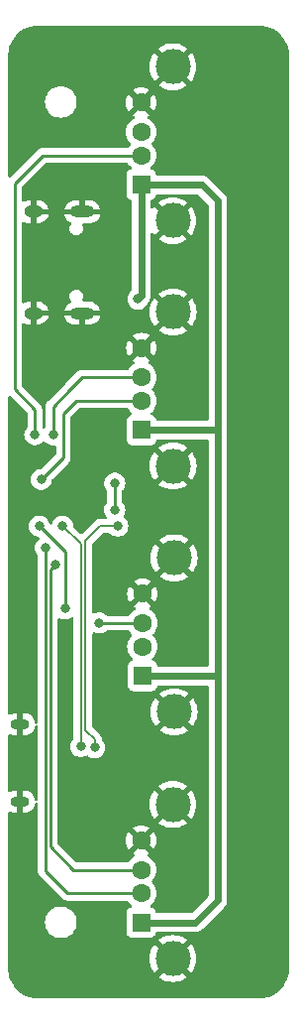
<source format=gbr>
%TF.GenerationSoftware,KiCad,Pcbnew,7.0.7*%
%TF.CreationDate,2024-04-13T12:28:58-04:00*%
%TF.ProjectId,HS8836A_USBC_hub,48533838-3336-4415-9f55-5342435f6875,rev?*%
%TF.SameCoordinates,Original*%
%TF.FileFunction,Copper,L2,Bot*%
%TF.FilePolarity,Positive*%
%FSLAX46Y46*%
G04 Gerber Fmt 4.6, Leading zero omitted, Abs format (unit mm)*
G04 Created by KiCad (PCBNEW 7.0.7) date 2024-04-13 12:28:58*
%MOMM*%
%LPD*%
G01*
G04 APERTURE LIST*
%TA.AperFunction,ComponentPad*%
%ADD10O,1.600000X0.900000*%
%TD*%
%TA.AperFunction,ComponentPad*%
%ADD11R,1.500000X1.600000*%
%TD*%
%TA.AperFunction,ComponentPad*%
%ADD12C,1.600000*%
%TD*%
%TA.AperFunction,ComponentPad*%
%ADD13C,3.000000*%
%TD*%
%TA.AperFunction,ComponentPad*%
%ADD14O,2.100000X1.000000*%
%TD*%
%TA.AperFunction,ComponentPad*%
%ADD15O,1.600000X1.000000*%
%TD*%
%TA.AperFunction,ViaPad*%
%ADD16C,0.800000*%
%TD*%
%TA.AperFunction,Conductor*%
%ADD17C,0.250000*%
%TD*%
%TA.AperFunction,Conductor*%
%ADD18C,0.600000*%
%TD*%
%TA.AperFunction,Conductor*%
%ADD19C,0.200000*%
%TD*%
G04 APERTURE END LIST*
D10*
%TO.P,J6,6,Shield*%
%TO.N,GND*%
X141500000Y-117100000D03*
X141500000Y-123700000D03*
%TD*%
D11*
%TO.P,J2,1,VBUS*%
%TO.N,VCC*%
X151866000Y-134022000D03*
D12*
%TO.P,J2,2,D-*%
%TO.N,Net-(J2-D-)*%
X151866000Y-131522000D03*
%TO.P,J2,3,D+*%
%TO.N,Net-(J2-D+)*%
X151866000Y-129522000D03*
%TO.P,J2,4,GND*%
%TO.N,GND*%
X151866000Y-127022000D03*
D13*
%TO.P,J2,5,Shield*%
X154576000Y-137092000D03*
X154576000Y-123952000D03*
%TD*%
D11*
%TO.P,J5,1,VBUS*%
%TO.N,VCC*%
X151866000Y-71064000D03*
D12*
%TO.P,J5,2,D-*%
%TO.N,Net-(J5-D-)*%
X151866000Y-68564000D03*
%TO.P,J5,3,D+*%
%TO.N,Net-(J5-D+)*%
X151866000Y-66564000D03*
%TO.P,J5,4,GND*%
%TO.N,GND*%
X151866000Y-64064000D03*
D13*
%TO.P,J5,5,Shield*%
X154576000Y-74134000D03*
X154576000Y-60994000D03*
%TD*%
D11*
%TO.P,J3,1,VBUS*%
%TO.N,VCC*%
X151976000Y-112974000D03*
D12*
%TO.P,J3,2,D-*%
%TO.N,Net-(J3-D-)*%
X151976000Y-110474000D03*
%TO.P,J3,3,D+*%
%TO.N,Net-(J3-D+)*%
X151976000Y-108474000D03*
%TO.P,J3,4,GND*%
%TO.N,GND*%
X151976000Y-105974000D03*
D13*
%TO.P,J3,5,Shield*%
X154686000Y-116044000D03*
X154686000Y-102904000D03*
%TD*%
D11*
%TO.P,J4,1,VBUS*%
%TO.N,VCC*%
X151892000Y-92000000D03*
D12*
%TO.P,J4,2,D-*%
%TO.N,Net-(J4-D-)*%
X151892000Y-89500000D03*
%TO.P,J4,3,D+*%
%TO.N,Net-(J4-D+)*%
X151892000Y-87500000D03*
%TO.P,J4,4,GND*%
%TO.N,GND*%
X151892000Y-85000000D03*
D13*
%TO.P,J4,5,Shield*%
X154602000Y-95070000D03*
X154602000Y-81930000D03*
%TD*%
D14*
%TO.P,J1,S1,SHIELD*%
%TO.N,GND*%
X146842000Y-73380000D03*
D15*
X142662000Y-73380000D03*
D14*
X146842000Y-82020000D03*
D15*
X142662000Y-82020000D03*
%TD*%
D16*
%TO.N,Net-(U1-DCP)*%
X149606000Y-98806000D03*
X149606000Y-96520000D03*
%TO.N,VCC*%
X151587200Y-80822800D03*
%TO.N,Net-(J2-D-)*%
X143662400Y-102031800D03*
%TO.N,Net-(J2-D+)*%
X144576800Y-103454200D03*
%TO.N,Net-(J3-D+)*%
X143154400Y-100203000D03*
X148285200Y-108458000D03*
X145364200Y-107238800D03*
%TO.N,Net-(J4-D-)*%
X143332200Y-96215200D03*
%TO.N,Net-(J4-D+)*%
X144336100Y-92405200D03*
%TO.N,Net-(J5-D-)*%
X142773400Y-92405200D03*
%TO.N,D+*%
X149860000Y-100203000D03*
X147900000Y-119100000D03*
%TO.N,D-*%
X146700000Y-119000000D03*
X145135600Y-100203000D03*
%TD*%
D17*
%TO.N,Net-(U1-DCP)*%
X149606000Y-96520000D02*
X149606000Y-98806000D01*
D18*
%TO.N,VCC*%
X158395600Y-92000000D02*
X158419800Y-92024200D01*
X158419800Y-112953800D02*
X158419800Y-132105400D01*
X151892000Y-92000000D02*
X158395600Y-92000000D01*
X158419800Y-92024200D02*
X158419800Y-112953800D01*
X151587200Y-80822800D02*
X151866000Y-80544000D01*
X151976000Y-112974000D02*
X158399600Y-112974000D01*
X151866000Y-80544000D02*
X151866000Y-71064000D01*
X158419800Y-72440800D02*
X158419800Y-92024200D01*
X158399600Y-112974000D02*
X158419800Y-112953800D01*
X158419800Y-132105400D02*
X156503200Y-134022000D01*
X157043000Y-71064000D02*
X158419800Y-72440800D01*
X156503200Y-134022000D02*
X151866000Y-134022000D01*
X151866000Y-71064000D02*
X157043000Y-71064000D01*
D17*
%TO.N,Net-(J2-D-)*%
X143662400Y-129616200D02*
X143662400Y-102031800D01*
X145568200Y-131522000D02*
X143662400Y-129616200D01*
X151866000Y-131522000D02*
X145568200Y-131522000D01*
%TO.N,Net-(J2-D+)*%
X144112400Y-103918600D02*
X144112400Y-127551600D01*
X146082800Y-129522000D02*
X151866000Y-129522000D01*
X144112400Y-127551600D02*
X146082800Y-129522000D01*
X144576800Y-103454200D02*
X144112400Y-103918600D01*
%TO.N,Net-(J3-D+)*%
X145364200Y-102412800D02*
X143154400Y-100203000D01*
X148301200Y-108474000D02*
X148285200Y-108458000D01*
X151976000Y-108474000D02*
X148301200Y-108474000D01*
X145364200Y-107238800D02*
X145364200Y-102412800D01*
%TO.N,Net-(J4-D-)*%
X143332200Y-96215200D02*
X145211800Y-94335600D01*
X145211800Y-90576400D02*
X146288200Y-89500000D01*
X145211800Y-94335600D02*
X145211800Y-90576400D01*
X146288200Y-89500000D02*
X151892000Y-89500000D01*
%TO.N,Net-(J4-D+)*%
X151892000Y-87500000D02*
X146815000Y-87500000D01*
X145796000Y-88519000D02*
X144336100Y-89978900D01*
X146815000Y-87500000D02*
X145796000Y-88519000D01*
X144336100Y-89978900D02*
X144336100Y-92405200D01*
%TO.N,Net-(J5-D-)*%
X143449800Y-68564000D02*
X151866000Y-68564000D01*
X142773400Y-90246200D02*
X141046200Y-88519000D01*
X141046200Y-70967600D02*
X143449800Y-68564000D01*
X141046200Y-88519000D02*
X141046200Y-70967600D01*
X142773400Y-92405200D02*
X142773400Y-90246200D01*
D19*
%TO.N,D+*%
X147100000Y-101439000D02*
X147100000Y-117600000D01*
X148336000Y-100203000D02*
X147100000Y-101439000D01*
X147900000Y-118400000D02*
X147900000Y-119100000D01*
X149860000Y-100203000D02*
X148336000Y-100203000D01*
X147100000Y-117600000D02*
X147900000Y-118400000D01*
%TO.N,D-*%
X145161000Y-100203000D02*
X146700000Y-101742000D01*
X146700000Y-101742000D02*
X146700000Y-119000000D01*
X145135600Y-100203000D02*
X145161000Y-100203000D01*
X145161000Y-100228400D02*
X145135600Y-100203000D01*
%TD*%
%TA.AperFunction,Conductor*%
%TO.N,GND*%
G36*
X162001866Y-57500613D02*
G01*
X162081342Y-57505420D01*
X162297539Y-57518497D01*
X162304973Y-57519401D01*
X162594483Y-57572456D01*
X162601753Y-57574247D01*
X162882764Y-57661814D01*
X162889751Y-57664465D01*
X163043864Y-57733825D01*
X163158158Y-57785265D01*
X163164788Y-57788745D01*
X163416665Y-57941010D01*
X163422821Y-57945257D01*
X163654523Y-58126784D01*
X163660123Y-58131745D01*
X163868253Y-58339875D01*
X163873214Y-58345475D01*
X164054739Y-58577175D01*
X164058989Y-58583334D01*
X164211254Y-58835211D01*
X164214737Y-58841846D01*
X164335534Y-59110248D01*
X164338188Y-59117244D01*
X164396651Y-59304858D01*
X164425750Y-59398240D01*
X164427543Y-59405516D01*
X164480598Y-59695026D01*
X164481502Y-59702465D01*
X164499387Y-59998131D01*
X164499500Y-60001876D01*
X164499500Y-137998122D01*
X164499387Y-138001867D01*
X164481502Y-138297534D01*
X164480598Y-138304973D01*
X164427543Y-138594483D01*
X164425750Y-138601759D01*
X164338192Y-138882745D01*
X164335534Y-138889751D01*
X164214737Y-139158153D01*
X164211254Y-139164788D01*
X164058989Y-139416665D01*
X164054733Y-139422833D01*
X163873215Y-139654523D01*
X163868246Y-139660132D01*
X163660132Y-139868246D01*
X163654523Y-139873215D01*
X163422833Y-140054733D01*
X163416665Y-140058989D01*
X163164788Y-140211254D01*
X163158153Y-140214737D01*
X162889751Y-140335534D01*
X162882749Y-140338190D01*
X162789363Y-140367290D01*
X162601759Y-140425750D01*
X162594483Y-140427543D01*
X162304973Y-140480598D01*
X162297534Y-140481502D01*
X162001867Y-140499387D01*
X161998122Y-140499500D01*
X143001878Y-140499500D01*
X142998133Y-140499387D01*
X142702465Y-140481502D01*
X142695026Y-140480598D01*
X142405516Y-140427543D01*
X142398240Y-140425750D01*
X142304858Y-140396651D01*
X142117244Y-140338188D01*
X142110248Y-140335534D01*
X141841846Y-140214737D01*
X141835211Y-140211254D01*
X141583334Y-140058989D01*
X141577175Y-140054739D01*
X141345475Y-139873214D01*
X141339875Y-139868253D01*
X141131745Y-139660123D01*
X141126784Y-139654523D01*
X140945257Y-139422821D01*
X140941010Y-139416665D01*
X140788745Y-139164788D01*
X140785262Y-139158153D01*
X140664465Y-138889751D01*
X140661814Y-138882764D01*
X140574247Y-138601753D01*
X140572456Y-138594483D01*
X140519401Y-138304973D01*
X140518497Y-138297534D01*
X140514246Y-138227262D01*
X140500613Y-138001866D01*
X140500500Y-137998122D01*
X140500500Y-137092001D01*
X152570891Y-137092001D01*
X152591300Y-137377362D01*
X152652109Y-137656895D01*
X152752091Y-137924958D01*
X152889191Y-138176038D01*
X152889196Y-138176046D01*
X152995882Y-138318561D01*
X152995883Y-138318562D01*
X153501525Y-137812920D01*
X153562848Y-137779435D01*
X153632539Y-137784419D01*
X153680841Y-137817061D01*
X153787544Y-137934107D01*
X153797933Y-137945503D01*
X153842673Y-137979289D01*
X153884310Y-138035397D01*
X153889002Y-138105109D01*
X153855628Y-138165924D01*
X153349436Y-138672115D01*
X153491960Y-138778807D01*
X153491961Y-138778808D01*
X153743042Y-138915908D01*
X153743041Y-138915908D01*
X154011104Y-139015890D01*
X154290637Y-139076699D01*
X154575999Y-139097109D01*
X154576001Y-139097109D01*
X154861362Y-139076699D01*
X155140895Y-139015890D01*
X155408958Y-138915908D01*
X155660047Y-138778803D01*
X155802561Y-138672116D01*
X155802562Y-138672115D01*
X155296371Y-138165924D01*
X155262886Y-138104601D01*
X155267870Y-138034909D01*
X155309325Y-137979289D01*
X155354069Y-137945501D01*
X155471157Y-137817062D01*
X155530867Y-137780781D01*
X155600715Y-137782542D01*
X155650474Y-137812920D01*
X156156115Y-138318562D01*
X156156116Y-138318561D01*
X156262803Y-138176047D01*
X156399908Y-137924958D01*
X156499890Y-137656895D01*
X156560699Y-137377362D01*
X156581109Y-137092001D01*
X156581109Y-137091998D01*
X156560699Y-136806637D01*
X156499890Y-136527104D01*
X156399908Y-136259041D01*
X156262808Y-136007961D01*
X156262807Y-136007960D01*
X156156115Y-135865436D01*
X156156114Y-135865436D01*
X155650473Y-136371078D01*
X155589150Y-136404563D01*
X155519458Y-136399579D01*
X155471155Y-136366935D01*
X155354071Y-136238500D01*
X155309324Y-136204709D01*
X155267688Y-136148600D01*
X155262997Y-136078888D01*
X155296370Y-136018074D01*
X155802562Y-135511883D01*
X155802561Y-135511882D01*
X155660046Y-135405196D01*
X155660038Y-135405191D01*
X155408957Y-135268091D01*
X155408958Y-135268091D01*
X155140895Y-135168109D01*
X154861362Y-135107300D01*
X154576001Y-135086891D01*
X154575999Y-135086891D01*
X154290637Y-135107300D01*
X154011104Y-135168109D01*
X153743041Y-135268091D01*
X153491961Y-135405191D01*
X153491953Y-135405196D01*
X153349437Y-135511882D01*
X153349436Y-135511883D01*
X153855628Y-136018074D01*
X153889113Y-136079397D01*
X153884129Y-136149088D01*
X153842676Y-136204707D01*
X153797933Y-136238496D01*
X153680843Y-136366937D01*
X153621131Y-136403218D01*
X153551284Y-136401457D01*
X153501525Y-136371079D01*
X152995883Y-135865436D01*
X152995882Y-135865437D01*
X152889196Y-136007953D01*
X152889191Y-136007961D01*
X152752091Y-136259041D01*
X152652109Y-136527104D01*
X152591300Y-136806637D01*
X152570891Y-137091998D01*
X152570891Y-137092001D01*
X140500500Y-137092001D01*
X140500500Y-134000000D01*
X143644341Y-134000000D01*
X143664936Y-134235403D01*
X143664938Y-134235413D01*
X143726094Y-134463655D01*
X143726096Y-134463659D01*
X143726097Y-134463663D01*
X143754355Y-134524261D01*
X143825964Y-134677828D01*
X143825965Y-134677830D01*
X143961505Y-134871402D01*
X144128597Y-135038494D01*
X144322169Y-135174034D01*
X144322171Y-135174035D01*
X144536337Y-135273903D01*
X144764592Y-135335063D01*
X144941034Y-135350500D01*
X145058966Y-135350500D01*
X145235408Y-135335063D01*
X145463663Y-135273903D01*
X145677829Y-135174035D01*
X145871401Y-135038495D01*
X146038495Y-134871401D01*
X146174035Y-134677830D01*
X146273903Y-134463663D01*
X146335063Y-134235408D01*
X146355659Y-134000000D01*
X146335063Y-133764592D01*
X146273903Y-133536337D01*
X146174035Y-133322171D01*
X146174034Y-133322169D01*
X146038494Y-133128597D01*
X145871402Y-132961505D01*
X145677830Y-132825965D01*
X145677828Y-132825964D01*
X145570745Y-132776031D01*
X145463663Y-132726097D01*
X145463659Y-132726096D01*
X145463655Y-132726094D01*
X145235413Y-132664938D01*
X145235403Y-132664936D01*
X145058966Y-132649500D01*
X144941034Y-132649500D01*
X144764596Y-132664936D01*
X144764586Y-132664938D01*
X144536344Y-132726094D01*
X144536335Y-132726098D01*
X144322171Y-132825964D01*
X144322169Y-132825965D01*
X144128597Y-132961505D01*
X143961506Y-133128597D01*
X143961501Y-133128604D01*
X143825967Y-133322165D01*
X143825965Y-133322169D01*
X143726098Y-133536335D01*
X143726094Y-133536344D01*
X143664938Y-133764586D01*
X143664936Y-133764596D01*
X143644341Y-133999999D01*
X143644341Y-134000000D01*
X140500500Y-134000000D01*
X140500500Y-124642272D01*
X140520185Y-124575233D01*
X140572989Y-124529478D01*
X140642147Y-124519534D01*
X140680762Y-124532536D01*
X140680807Y-124532433D01*
X140682092Y-124532984D01*
X140684686Y-124533858D01*
X140686587Y-124534913D01*
X140864137Y-124611106D01*
X141053394Y-124650000D01*
X141250000Y-124650000D01*
X141250000Y-124074000D01*
X141269685Y-124006961D01*
X141322489Y-123961206D01*
X141374000Y-123950000D01*
X141626000Y-123950000D01*
X141693039Y-123969685D01*
X141738794Y-124022489D01*
X141750000Y-124074000D01*
X141750000Y-124650000D01*
X141898176Y-124650000D01*
X142042221Y-124635352D01*
X142226561Y-124577515D01*
X142226571Y-124577510D01*
X142395498Y-124483748D01*
X142395505Y-124483743D01*
X142542105Y-124357892D01*
X142660368Y-124205109D01*
X142660370Y-124205105D01*
X142745457Y-124031643D01*
X142792858Y-123848571D01*
X142828718Y-123788606D01*
X142891305Y-123757547D01*
X142960748Y-123765256D01*
X143015000Y-123809284D01*
X143036836Y-123875654D01*
X143036900Y-123879652D01*
X143036900Y-129533455D01*
X143035175Y-129549072D01*
X143035461Y-129549099D01*
X143034726Y-129556865D01*
X143036900Y-129626014D01*
X143036900Y-129655543D01*
X143036901Y-129655560D01*
X143037768Y-129662431D01*
X143038226Y-129668250D01*
X143039690Y-129714824D01*
X143039691Y-129714827D01*
X143045280Y-129734067D01*
X143049224Y-129753111D01*
X143051736Y-129772991D01*
X143068890Y-129816319D01*
X143070782Y-129821847D01*
X143083781Y-129866588D01*
X143093980Y-129883834D01*
X143102538Y-129901303D01*
X143109914Y-129919932D01*
X143137298Y-129957623D01*
X143140506Y-129962507D01*
X143164227Y-130002616D01*
X143164233Y-130002624D01*
X143178390Y-130016780D01*
X143191028Y-130031576D01*
X143202805Y-130047786D01*
X143202806Y-130047787D01*
X143238709Y-130077488D01*
X143243020Y-130081410D01*
X144683607Y-131521998D01*
X145067397Y-131905788D01*
X145077222Y-131918051D01*
X145077443Y-131917869D01*
X145082414Y-131923878D01*
X145108417Y-131948295D01*
X145132835Y-131971226D01*
X145153729Y-131992120D01*
X145159211Y-131996373D01*
X145163643Y-132000157D01*
X145197618Y-132032062D01*
X145215176Y-132041714D01*
X145231435Y-132052395D01*
X145247264Y-132064673D01*
X145290038Y-132083182D01*
X145295256Y-132085738D01*
X145336108Y-132108197D01*
X145355516Y-132113180D01*
X145373917Y-132119480D01*
X145392304Y-132127437D01*
X145435688Y-132134308D01*
X145438319Y-132134725D01*
X145444039Y-132135909D01*
X145489181Y-132147500D01*
X145509216Y-132147500D01*
X145528614Y-132149026D01*
X145548394Y-132152159D01*
X145548395Y-132152160D01*
X145548395Y-132152159D01*
X145548396Y-132152160D01*
X145594783Y-132147775D01*
X145600622Y-132147500D01*
X150651812Y-132147500D01*
X150718851Y-132167185D01*
X150753387Y-132200377D01*
X150865954Y-132361141D01*
X151026856Y-132522043D01*
X151028017Y-132523017D01*
X151028389Y-132523576D01*
X151030689Y-132525876D01*
X151030227Y-132526337D01*
X151066726Y-132581184D01*
X151067842Y-132651045D01*
X151031011Y-132710419D01*
X150991656Y-132734197D01*
X150873669Y-132778203D01*
X150873664Y-132778206D01*
X150758455Y-132864452D01*
X150758452Y-132864455D01*
X150672206Y-132979664D01*
X150672202Y-132979671D01*
X150621908Y-133114517D01*
X150615501Y-133174116D01*
X150615500Y-133174135D01*
X150615500Y-134869870D01*
X150615501Y-134869876D01*
X150621908Y-134929483D01*
X150672202Y-135064328D01*
X150672206Y-135064335D01*
X150758452Y-135179544D01*
X150758455Y-135179547D01*
X150873664Y-135265793D01*
X150873671Y-135265797D01*
X151008517Y-135316091D01*
X151008516Y-135316091D01*
X151015444Y-135316835D01*
X151068127Y-135322500D01*
X152663872Y-135322499D01*
X152723483Y-135316091D01*
X152858331Y-135265796D01*
X152973546Y-135179546D01*
X153059796Y-135064331D01*
X153110091Y-134929483D01*
X153110091Y-134929481D01*
X153111874Y-134921938D01*
X153114146Y-134922474D01*
X153136429Y-134868688D01*
X153193823Y-134828843D01*
X153232976Y-134822500D01*
X156593394Y-134822500D01*
X156634103Y-134813208D01*
X156640960Y-134812043D01*
X156682455Y-134807368D01*
X156721880Y-134793571D01*
X156728521Y-134791658D01*
X156769261Y-134782360D01*
X156806893Y-134764236D01*
X156813305Y-134761580D01*
X156852722Y-134747789D01*
X156888089Y-134725565D01*
X156894161Y-134722209D01*
X156931787Y-134704091D01*
X156964436Y-134678052D01*
X156970095Y-134674037D01*
X157005462Y-134651816D01*
X157133016Y-134524262D01*
X157133016Y-134524261D01*
X158922059Y-132735217D01*
X158922062Y-132735216D01*
X159049616Y-132607662D01*
X159071842Y-132572287D01*
X159075845Y-132566645D01*
X159101892Y-132533986D01*
X159120013Y-132496355D01*
X159123370Y-132490281D01*
X159145589Y-132454922D01*
X159159381Y-132415507D01*
X159162044Y-132409079D01*
X159180160Y-132371461D01*
X159189458Y-132330721D01*
X159191371Y-132324080D01*
X159205168Y-132284655D01*
X159209843Y-132243160D01*
X159211008Y-132236305D01*
X159219208Y-132200377D01*
X159220300Y-132195594D01*
X159220300Y-132015205D01*
X159220300Y-132015204D01*
X159220300Y-112908846D01*
X159220300Y-112863606D01*
X159220300Y-91979246D01*
X159220300Y-91934006D01*
X159220300Y-72395846D01*
X159220300Y-72350606D01*
X159211007Y-72309893D01*
X159209842Y-72303033D01*
X159205168Y-72261545D01*
X159205167Y-72261542D01*
X159191376Y-72222128D01*
X159189450Y-72215441D01*
X159180161Y-72174741D01*
X159162044Y-72137120D01*
X159159381Y-72130691D01*
X159145589Y-72091277D01*
X159134377Y-72073435D01*
X159123367Y-72055912D01*
X159120006Y-72049830D01*
X159101891Y-72012212D01*
X159101890Y-72012211D01*
X159075855Y-71979565D01*
X159071828Y-71973889D01*
X159065912Y-71964474D01*
X159049616Y-71938538D01*
X158922062Y-71810984D01*
X157594693Y-70483615D01*
X157594691Y-70483612D01*
X157577252Y-70466173D01*
X157545262Y-70434184D01*
X157545259Y-70434182D01*
X157545258Y-70434181D01*
X157509904Y-70411966D01*
X157504229Y-70407940D01*
X157471589Y-70381910D01*
X157433959Y-70363787D01*
X157427872Y-70360422D01*
X157392525Y-70338212D01*
X157353114Y-70324421D01*
X157346688Y-70321759D01*
X157309061Y-70303639D01*
X157268345Y-70294345D01*
X157261662Y-70292420D01*
X157222259Y-70278632D01*
X157180763Y-70273955D01*
X157173908Y-70272791D01*
X157133200Y-70263501D01*
X157133196Y-70263500D01*
X157133194Y-70263500D01*
X157133191Y-70263500D01*
X153232977Y-70263500D01*
X153165938Y-70243815D01*
X153120183Y-70191011D01*
X153112733Y-70163865D01*
X153111876Y-70164068D01*
X153110092Y-70156520D01*
X153059797Y-70021671D01*
X153059793Y-70021664D01*
X152973547Y-69906455D01*
X152973544Y-69906452D01*
X152858335Y-69820206D01*
X152858328Y-69820202D01*
X152740344Y-69776197D01*
X152684410Y-69734326D01*
X152659993Y-69668861D01*
X152674845Y-69600588D01*
X152701493Y-69568058D01*
X152701311Y-69567876D01*
X152703142Y-69566044D01*
X152703990Y-69565010D01*
X152705127Y-69564055D01*
X152705139Y-69564047D01*
X152866047Y-69403139D01*
X152996568Y-69216734D01*
X153092739Y-69010496D01*
X153151635Y-68790692D01*
X153171468Y-68564000D01*
X153151635Y-68337308D01*
X153092739Y-68117504D01*
X152996568Y-67911266D01*
X152866047Y-67724861D01*
X152792865Y-67651679D01*
X152759382Y-67590359D01*
X152764366Y-67520667D01*
X152792865Y-67476320D01*
X152866047Y-67403139D01*
X152996568Y-67216734D01*
X153092739Y-67010496D01*
X153151635Y-66790692D01*
X153171468Y-66564000D01*
X153151635Y-66337308D01*
X153092739Y-66117504D01*
X152996568Y-65911266D01*
X152866047Y-65724861D01*
X152866045Y-65724858D01*
X152705141Y-65563954D01*
X152518734Y-65433432D01*
X152518730Y-65433430D01*
X152503022Y-65426105D01*
X152450583Y-65379931D01*
X152431433Y-65312737D01*
X152451650Y-65245857D01*
X152503028Y-65201340D01*
X152518481Y-65194134D01*
X152591472Y-65143025D01*
X152106839Y-64658393D01*
X152073354Y-64597070D01*
X152078338Y-64527379D01*
X152120209Y-64471445D01*
X152124834Y-64468233D01*
X152125441Y-64467706D01*
X152125445Y-64467705D01*
X152228673Y-64378258D01*
X152264862Y-64321945D01*
X152317665Y-64276192D01*
X152386823Y-64266248D01*
X152450379Y-64295272D01*
X152456858Y-64301305D01*
X152945025Y-64789472D01*
X152996136Y-64716478D01*
X153092264Y-64510331D01*
X153092269Y-64510317D01*
X153151139Y-64290610D01*
X153151141Y-64290599D01*
X153170966Y-64064002D01*
X153170966Y-64063997D01*
X153151141Y-63837400D01*
X153151139Y-63837389D01*
X153092269Y-63617682D01*
X153092265Y-63617673D01*
X152996133Y-63411516D01*
X152996131Y-63411512D01*
X152945026Y-63338526D01*
X152945025Y-63338526D01*
X152456857Y-63826694D01*
X152395534Y-63860179D01*
X152325842Y-63855195D01*
X152269909Y-63813323D01*
X152264866Y-63806060D01*
X152228673Y-63749742D01*
X152125445Y-63660295D01*
X152125444Y-63660294D01*
X152118742Y-63654487D01*
X152120028Y-63653002D01*
X152081725Y-63608800D01*
X152071781Y-63539641D01*
X152100805Y-63476085D01*
X152106838Y-63469606D01*
X152591472Y-62984973D01*
X152518483Y-62933866D01*
X152518481Y-62933865D01*
X152312326Y-62837734D01*
X152312317Y-62837730D01*
X152092610Y-62778860D01*
X152092599Y-62778858D01*
X151866002Y-62759034D01*
X151865998Y-62759034D01*
X151639400Y-62778858D01*
X151639389Y-62778860D01*
X151419682Y-62837730D01*
X151419673Y-62837734D01*
X151213513Y-62933868D01*
X151140527Y-62984972D01*
X151140526Y-62984973D01*
X151625160Y-63469606D01*
X151658645Y-63530929D01*
X151653661Y-63600620D01*
X151611790Y-63656554D01*
X151607170Y-63659761D01*
X151503325Y-63749744D01*
X151467137Y-63806053D01*
X151414332Y-63851808D01*
X151345174Y-63861751D01*
X151281618Y-63832725D01*
X151275141Y-63826694D01*
X150786973Y-63338526D01*
X150735868Y-63411513D01*
X150639734Y-63617673D01*
X150639730Y-63617682D01*
X150580860Y-63837389D01*
X150580858Y-63837400D01*
X150561034Y-64063997D01*
X150561034Y-64064002D01*
X150580858Y-64290599D01*
X150580860Y-64290610D01*
X150639730Y-64510317D01*
X150639734Y-64510326D01*
X150735865Y-64716481D01*
X150735866Y-64716483D01*
X150786973Y-64789471D01*
X150786973Y-64789472D01*
X151275141Y-64301304D01*
X151336464Y-64267819D01*
X151406155Y-64272803D01*
X151462089Y-64314674D01*
X151467132Y-64321938D01*
X151503327Y-64378258D01*
X151606555Y-64467705D01*
X151613258Y-64473513D01*
X151611970Y-64474999D01*
X151650268Y-64519188D01*
X151660219Y-64588345D01*
X151631200Y-64651904D01*
X151625160Y-64658392D01*
X151140526Y-65143025D01*
X151140526Y-65143026D01*
X151213512Y-65194131D01*
X151213515Y-65194132D01*
X151228974Y-65201341D01*
X151281414Y-65247513D01*
X151300567Y-65314706D01*
X151280352Y-65381587D01*
X151228978Y-65426105D01*
X151213269Y-65433430D01*
X151213265Y-65433432D01*
X151026858Y-65563954D01*
X150865954Y-65724858D01*
X150735432Y-65911265D01*
X150735431Y-65911267D01*
X150639261Y-66117502D01*
X150639258Y-66117511D01*
X150580366Y-66337302D01*
X150580364Y-66337313D01*
X150560532Y-66563998D01*
X150560532Y-66564001D01*
X150580364Y-66790686D01*
X150580366Y-66790697D01*
X150639258Y-67010488D01*
X150639261Y-67010497D01*
X150735431Y-67216732D01*
X150735432Y-67216734D01*
X150865954Y-67403141D01*
X150939132Y-67476319D01*
X150972617Y-67537642D01*
X150967633Y-67607334D01*
X150939132Y-67651681D01*
X150865954Y-67724858D01*
X150753387Y-67885623D01*
X150698811Y-67929248D01*
X150651812Y-67938500D01*
X143532543Y-67938500D01*
X143516922Y-67936775D01*
X143516895Y-67937061D01*
X143509133Y-67936326D01*
X143439972Y-67938500D01*
X143410449Y-67938500D01*
X143403578Y-67939367D01*
X143397759Y-67939825D01*
X143351174Y-67941289D01*
X143351168Y-67941290D01*
X143331926Y-67946880D01*
X143312887Y-67950823D01*
X143293017Y-67953334D01*
X143293003Y-67953337D01*
X143249683Y-67970488D01*
X143244158Y-67972380D01*
X143199413Y-67985380D01*
X143199410Y-67985381D01*
X143182166Y-67995579D01*
X143164705Y-68004133D01*
X143146074Y-68011510D01*
X143146062Y-68011517D01*
X143108370Y-68038902D01*
X143103487Y-68042109D01*
X143063380Y-68065829D01*
X143049214Y-68079995D01*
X143034424Y-68092627D01*
X143018214Y-68104404D01*
X143018211Y-68104407D01*
X142988510Y-68140309D01*
X142984577Y-68144631D01*
X140712181Y-70417027D01*
X140650858Y-70450512D01*
X140581166Y-70445528D01*
X140525233Y-70403656D01*
X140500816Y-70338192D01*
X140500500Y-70329346D01*
X140500500Y-64000000D01*
X143644341Y-64000000D01*
X143664936Y-64235403D01*
X143664938Y-64235413D01*
X143726094Y-64463655D01*
X143726096Y-64463659D01*
X143726097Y-64463663D01*
X143776030Y-64570745D01*
X143825964Y-64677828D01*
X143825965Y-64677830D01*
X143961505Y-64871402D01*
X144128597Y-65038494D01*
X144322169Y-65174034D01*
X144322171Y-65174035D01*
X144536337Y-65273903D01*
X144536343Y-65273904D01*
X144536344Y-65273905D01*
X144591285Y-65288626D01*
X144764592Y-65335063D01*
X144941034Y-65350500D01*
X145058966Y-65350500D01*
X145235408Y-65335063D01*
X145463663Y-65273903D01*
X145677829Y-65174035D01*
X145871401Y-65038495D01*
X146038495Y-64871401D01*
X146174035Y-64677830D01*
X146273903Y-64463663D01*
X146335063Y-64235408D01*
X146355659Y-64000000D01*
X146335063Y-63764592D01*
X146273903Y-63536337D01*
X146174035Y-63322171D01*
X146174034Y-63322169D01*
X146038494Y-63128597D01*
X145871402Y-62961505D01*
X145677830Y-62825965D01*
X145677828Y-62825964D01*
X145534296Y-62759034D01*
X145463663Y-62726097D01*
X145463659Y-62726096D01*
X145463655Y-62726094D01*
X145235413Y-62664938D01*
X145235403Y-62664936D01*
X145058966Y-62649500D01*
X144941034Y-62649500D01*
X144764596Y-62664936D01*
X144764586Y-62664938D01*
X144536344Y-62726094D01*
X144536335Y-62726098D01*
X144322171Y-62825964D01*
X144322169Y-62825965D01*
X144128597Y-62961505D01*
X143961506Y-63128597D01*
X143961501Y-63128604D01*
X143825967Y-63322165D01*
X143825965Y-63322169D01*
X143726098Y-63536335D01*
X143726094Y-63536344D01*
X143664938Y-63764586D01*
X143664936Y-63764596D01*
X143644341Y-63999999D01*
X143644341Y-64000000D01*
X140500500Y-64000000D01*
X140500500Y-60994001D01*
X152570891Y-60994001D01*
X152591300Y-61279362D01*
X152652109Y-61558895D01*
X152752091Y-61826958D01*
X152889191Y-62078038D01*
X152889196Y-62078046D01*
X152995882Y-62220561D01*
X152995883Y-62220562D01*
X153501525Y-61714920D01*
X153562848Y-61681435D01*
X153632539Y-61686419D01*
X153680841Y-61719061D01*
X153797930Y-61847500D01*
X153797933Y-61847503D01*
X153842673Y-61881289D01*
X153884310Y-61937397D01*
X153889002Y-62007109D01*
X153855628Y-62067924D01*
X153349436Y-62574115D01*
X153491960Y-62680807D01*
X153491961Y-62680808D01*
X153743042Y-62817908D01*
X153743041Y-62817908D01*
X154011104Y-62917890D01*
X154290637Y-62978699D01*
X154575999Y-62999109D01*
X154576001Y-62999109D01*
X154861362Y-62978699D01*
X155140895Y-62917890D01*
X155408958Y-62817908D01*
X155660047Y-62680803D01*
X155802561Y-62574116D01*
X155802562Y-62574115D01*
X155296371Y-62067924D01*
X155262886Y-62006601D01*
X155267870Y-61936909D01*
X155309325Y-61881289D01*
X155354069Y-61847501D01*
X155471157Y-61719062D01*
X155530867Y-61682781D01*
X155600715Y-61684542D01*
X155650474Y-61714920D01*
X156156115Y-62220562D01*
X156156116Y-62220561D01*
X156262803Y-62078047D01*
X156399908Y-61826958D01*
X156499890Y-61558895D01*
X156560699Y-61279362D01*
X156581109Y-60994001D01*
X156581109Y-60993998D01*
X156560699Y-60708637D01*
X156499890Y-60429104D01*
X156399908Y-60161041D01*
X156262808Y-59909961D01*
X156262807Y-59909960D01*
X156156115Y-59767436D01*
X156156114Y-59767436D01*
X155650473Y-60273078D01*
X155589150Y-60306563D01*
X155519458Y-60301579D01*
X155471155Y-60268935D01*
X155354071Y-60140500D01*
X155309324Y-60106709D01*
X155267688Y-60050600D01*
X155262997Y-59980888D01*
X155296370Y-59920074D01*
X155802562Y-59413883D01*
X155802561Y-59413882D01*
X155660046Y-59307196D01*
X155660038Y-59307191D01*
X155408957Y-59170091D01*
X155408958Y-59170091D01*
X155140895Y-59070109D01*
X154861362Y-59009300D01*
X154576001Y-58988891D01*
X154575999Y-58988891D01*
X154290637Y-59009300D01*
X154011104Y-59070109D01*
X153743041Y-59170091D01*
X153491961Y-59307191D01*
X153491953Y-59307196D01*
X153349437Y-59413882D01*
X153349436Y-59413883D01*
X153855628Y-59920074D01*
X153889113Y-59981397D01*
X153884129Y-60051088D01*
X153842676Y-60106707D01*
X153797933Y-60140496D01*
X153680843Y-60268937D01*
X153621131Y-60305218D01*
X153551284Y-60303457D01*
X153501525Y-60273079D01*
X152995883Y-59767436D01*
X152995882Y-59767437D01*
X152889196Y-59909953D01*
X152889191Y-59909961D01*
X152752091Y-60161041D01*
X152652109Y-60429104D01*
X152591300Y-60708637D01*
X152570891Y-60993998D01*
X152570891Y-60994001D01*
X140500500Y-60994001D01*
X140500500Y-60001876D01*
X140500613Y-59998132D01*
X140503152Y-59956147D01*
X140518497Y-59702458D01*
X140519401Y-59695026D01*
X140572456Y-59405516D01*
X140574246Y-59398250D01*
X140661816Y-59117230D01*
X140664465Y-59110248D01*
X140719083Y-58988891D01*
X140785268Y-58841834D01*
X140788745Y-58835211D01*
X140941010Y-58583334D01*
X140945252Y-58577186D01*
X141126793Y-58345465D01*
X141131737Y-58339884D01*
X141339884Y-58131737D01*
X141345465Y-58126793D01*
X141577186Y-57945252D01*
X141583334Y-57941010D01*
X141835215Y-57788742D01*
X141841834Y-57785268D01*
X142110246Y-57664465D01*
X142117230Y-57661816D01*
X142398250Y-57574246D01*
X142405516Y-57572456D01*
X142695026Y-57519401D01*
X142702458Y-57518497D01*
X142927572Y-57504880D01*
X142998134Y-57500613D01*
X143001878Y-57500500D01*
X143065892Y-57500500D01*
X161934108Y-57500500D01*
X161998122Y-57500500D01*
X162001866Y-57500613D01*
G37*
%TD.AperFunction*%
%TA.AperFunction,Conductor*%
G36*
X146036474Y-107953042D02*
G01*
X146085169Y-108003148D01*
X146099500Y-108061015D01*
X146099500Y-118273547D01*
X146079815Y-118340586D01*
X146067650Y-118356519D01*
X145967466Y-118467785D01*
X145872821Y-118631715D01*
X145872818Y-118631722D01*
X145814327Y-118811740D01*
X145814326Y-118811744D01*
X145794540Y-119000000D01*
X145814326Y-119188256D01*
X145814327Y-119188259D01*
X145872818Y-119368277D01*
X145872821Y-119368284D01*
X145967467Y-119532216D01*
X146057506Y-119632214D01*
X146094129Y-119672888D01*
X146247265Y-119784148D01*
X146247270Y-119784151D01*
X146420192Y-119861142D01*
X146420197Y-119861144D01*
X146605354Y-119900500D01*
X146605355Y-119900500D01*
X146794644Y-119900500D01*
X146794646Y-119900500D01*
X146979803Y-119861144D01*
X147152730Y-119784151D01*
X147158294Y-119780108D01*
X147224098Y-119756628D01*
X147292153Y-119772452D01*
X147304065Y-119780108D01*
X147447265Y-119884148D01*
X147447270Y-119884151D01*
X147620192Y-119961142D01*
X147620197Y-119961144D01*
X147805354Y-120000500D01*
X147805355Y-120000500D01*
X147994644Y-120000500D01*
X147994646Y-120000500D01*
X148179803Y-119961144D01*
X148352730Y-119884151D01*
X148505871Y-119772888D01*
X148632533Y-119632216D01*
X148727179Y-119468284D01*
X148785674Y-119288256D01*
X148805460Y-119100000D01*
X148785674Y-118911744D01*
X148727179Y-118731716D01*
X148632533Y-118567784D01*
X148535592Y-118460120D01*
X148505363Y-118397131D01*
X148504809Y-118393369D01*
X148485044Y-118243238D01*
X148424538Y-118097163D01*
X148424538Y-118097162D01*
X148424536Y-118097159D01*
X148352450Y-118003215D01*
X148340365Y-117987466D01*
X148328283Y-117971718D01*
X148300009Y-117950023D01*
X148293912Y-117944677D01*
X147736819Y-117387583D01*
X147703334Y-117326260D01*
X147700500Y-117299902D01*
X147700500Y-116044001D01*
X152680891Y-116044001D01*
X152701300Y-116329362D01*
X152762109Y-116608895D01*
X152862091Y-116876958D01*
X152999191Y-117128038D01*
X152999196Y-117128046D01*
X153105882Y-117270561D01*
X153105883Y-117270562D01*
X153611525Y-116764920D01*
X153672848Y-116731435D01*
X153742539Y-116736419D01*
X153790841Y-116769061D01*
X153907930Y-116897500D01*
X153907933Y-116897503D01*
X153952673Y-116931289D01*
X153994310Y-116987397D01*
X153999002Y-117057109D01*
X153965628Y-117117924D01*
X153459436Y-117624115D01*
X153601960Y-117730807D01*
X153601961Y-117730808D01*
X153853042Y-117867908D01*
X153853041Y-117867908D01*
X154121104Y-117967890D01*
X154400637Y-118028699D01*
X154685999Y-118049109D01*
X154686001Y-118049109D01*
X154971362Y-118028699D01*
X155250895Y-117967890D01*
X155518958Y-117867908D01*
X155770047Y-117730803D01*
X155912561Y-117624116D01*
X155912562Y-117624115D01*
X155406371Y-117117924D01*
X155372886Y-117056601D01*
X155377870Y-116986909D01*
X155419325Y-116931289D01*
X155464069Y-116897501D01*
X155581157Y-116769062D01*
X155640867Y-116732781D01*
X155710715Y-116734542D01*
X155760474Y-116764920D01*
X156266115Y-117270562D01*
X156266116Y-117270561D01*
X156372803Y-117128047D01*
X156509908Y-116876958D01*
X156609890Y-116608895D01*
X156670699Y-116329362D01*
X156691109Y-116044001D01*
X156691109Y-116043998D01*
X156670699Y-115758637D01*
X156609890Y-115479104D01*
X156509908Y-115211041D01*
X156372808Y-114959961D01*
X156372807Y-114959960D01*
X156266115Y-114817436D01*
X156266114Y-114817436D01*
X155760473Y-115323078D01*
X155699150Y-115356563D01*
X155629458Y-115351579D01*
X155581155Y-115318935D01*
X155464071Y-115190500D01*
X155419324Y-115156709D01*
X155377688Y-115100600D01*
X155372997Y-115030888D01*
X155406370Y-114970074D01*
X155912562Y-114463883D01*
X155912561Y-114463882D01*
X155770046Y-114357196D01*
X155770038Y-114357191D01*
X155518957Y-114220091D01*
X155518958Y-114220091D01*
X155250895Y-114120109D01*
X154971362Y-114059300D01*
X154686001Y-114038891D01*
X154685999Y-114038891D01*
X154400637Y-114059300D01*
X154121104Y-114120109D01*
X153853041Y-114220091D01*
X153601961Y-114357191D01*
X153601953Y-114357196D01*
X153459437Y-114463882D01*
X153459436Y-114463883D01*
X153965628Y-114970074D01*
X153999113Y-115031397D01*
X153994129Y-115101088D01*
X153952676Y-115156707D01*
X153907933Y-115190496D01*
X153790843Y-115318937D01*
X153731131Y-115355218D01*
X153661284Y-115353457D01*
X153611525Y-115323079D01*
X153105883Y-114817436D01*
X153105882Y-114817437D01*
X152999196Y-114959953D01*
X152999191Y-114959961D01*
X152862091Y-115211041D01*
X152762109Y-115479104D01*
X152701300Y-115758637D01*
X152680891Y-116043998D01*
X152680891Y-116044001D01*
X147700500Y-116044001D01*
X147700500Y-109374337D01*
X147720185Y-109307298D01*
X147772989Y-109261543D01*
X147842147Y-109251599D01*
X147874932Y-109261056D01*
X148005397Y-109319144D01*
X148190554Y-109358500D01*
X148190555Y-109358500D01*
X148379844Y-109358500D01*
X148379846Y-109358500D01*
X148565003Y-109319144D01*
X148737930Y-109242151D01*
X148891071Y-109130888D01*
X148891070Y-109130888D01*
X148896329Y-109127068D01*
X148897143Y-109128189D01*
X148953552Y-109101120D01*
X148973530Y-109099500D01*
X150761812Y-109099500D01*
X150828851Y-109119185D01*
X150863387Y-109152377D01*
X150975954Y-109313141D01*
X151049132Y-109386319D01*
X151082617Y-109447642D01*
X151077633Y-109517334D01*
X151049132Y-109561681D01*
X150975954Y-109634858D01*
X150845432Y-109821265D01*
X150845431Y-109821267D01*
X150749261Y-110027502D01*
X150749258Y-110027511D01*
X150690366Y-110247302D01*
X150690364Y-110247313D01*
X150670532Y-110473998D01*
X150670532Y-110474001D01*
X150690364Y-110700686D01*
X150690366Y-110700697D01*
X150749258Y-110920488D01*
X150749261Y-110920497D01*
X150845431Y-111126732D01*
X150845432Y-111126734D01*
X150975954Y-111313141D01*
X151136856Y-111474043D01*
X151138017Y-111475017D01*
X151138389Y-111475576D01*
X151140689Y-111477876D01*
X151140227Y-111478337D01*
X151176726Y-111533184D01*
X151177842Y-111603045D01*
X151141011Y-111662419D01*
X151101656Y-111686197D01*
X150983669Y-111730203D01*
X150983664Y-111730206D01*
X150868455Y-111816452D01*
X150868452Y-111816455D01*
X150782206Y-111931664D01*
X150782202Y-111931671D01*
X150731908Y-112066517D01*
X150725501Y-112126116D01*
X150725500Y-112126135D01*
X150725500Y-113821870D01*
X150725501Y-113821876D01*
X150731908Y-113881483D01*
X150782202Y-114016328D01*
X150782206Y-114016335D01*
X150868452Y-114131544D01*
X150868455Y-114131547D01*
X150983664Y-114217793D01*
X150983671Y-114217797D01*
X151118517Y-114268091D01*
X151118516Y-114268091D01*
X151125444Y-114268835D01*
X151178127Y-114274500D01*
X152773872Y-114274499D01*
X152833483Y-114268091D01*
X152968331Y-114217796D01*
X153083546Y-114131546D01*
X153169796Y-114016331D01*
X153220091Y-113881483D01*
X153220091Y-113881481D01*
X153221874Y-113873938D01*
X153224146Y-113874474D01*
X153246429Y-113820688D01*
X153303823Y-113780843D01*
X153342976Y-113774500D01*
X157495300Y-113774500D01*
X157562339Y-113794185D01*
X157608094Y-113846989D01*
X157619300Y-113898500D01*
X157619300Y-131722460D01*
X157599615Y-131789499D01*
X157582981Y-131810141D01*
X156207941Y-133185181D01*
X156146618Y-133218666D01*
X156120260Y-133221500D01*
X153232977Y-133221500D01*
X153165938Y-133201815D01*
X153120183Y-133149011D01*
X153112733Y-133121865D01*
X153111876Y-133122068D01*
X153110092Y-133114520D01*
X153059797Y-132979671D01*
X153059793Y-132979664D01*
X152973547Y-132864455D01*
X152973544Y-132864452D01*
X152858335Y-132778206D01*
X152858328Y-132778202D01*
X152740344Y-132734197D01*
X152684410Y-132692326D01*
X152659993Y-132626861D01*
X152674845Y-132558588D01*
X152701493Y-132526058D01*
X152701311Y-132525876D01*
X152703142Y-132524044D01*
X152703990Y-132523010D01*
X152705127Y-132522055D01*
X152705139Y-132522047D01*
X152866047Y-132361139D01*
X152996568Y-132174734D01*
X153092739Y-131968496D01*
X153151635Y-131748692D01*
X153171468Y-131522000D01*
X153151635Y-131295308D01*
X153092739Y-131075504D01*
X152996568Y-130869266D01*
X152866047Y-130682861D01*
X152866045Y-130682858D01*
X152792867Y-130609680D01*
X152759382Y-130548357D01*
X152764366Y-130478665D01*
X152792864Y-130434321D01*
X152866047Y-130361139D01*
X152996568Y-130174734D01*
X153092739Y-129968496D01*
X153151635Y-129748692D01*
X153171468Y-129522000D01*
X153151635Y-129295308D01*
X153092739Y-129075504D01*
X152996568Y-128869266D01*
X152866047Y-128682861D01*
X152866045Y-128682858D01*
X152705141Y-128521954D01*
X152518734Y-128391432D01*
X152518730Y-128391430D01*
X152503022Y-128384105D01*
X152450583Y-128337931D01*
X152431433Y-128270737D01*
X152451650Y-128203857D01*
X152503028Y-128159340D01*
X152518481Y-128152134D01*
X152591472Y-128101025D01*
X152106839Y-127616393D01*
X152073354Y-127555070D01*
X152078338Y-127485379D01*
X152120209Y-127429445D01*
X152124834Y-127426233D01*
X152125441Y-127425706D01*
X152125445Y-127425705D01*
X152228673Y-127336258D01*
X152264862Y-127279945D01*
X152317665Y-127234192D01*
X152386823Y-127224248D01*
X152450379Y-127253272D01*
X152456858Y-127259305D01*
X152945025Y-127747472D01*
X152996136Y-127674478D01*
X153092264Y-127468331D01*
X153092269Y-127468317D01*
X153151139Y-127248610D01*
X153151141Y-127248599D01*
X153170966Y-127022002D01*
X153170966Y-127021997D01*
X153151141Y-126795400D01*
X153151139Y-126795389D01*
X153092269Y-126575682D01*
X153092265Y-126575673D01*
X152996133Y-126369516D01*
X152996131Y-126369512D01*
X152945026Y-126296526D01*
X152945025Y-126296526D01*
X152456857Y-126784694D01*
X152395534Y-126818179D01*
X152325842Y-126813195D01*
X152269909Y-126771323D01*
X152264866Y-126764060D01*
X152228673Y-126707742D01*
X152125445Y-126618295D01*
X152125444Y-126618294D01*
X152118742Y-126612487D01*
X152120028Y-126611002D01*
X152081725Y-126566800D01*
X152071781Y-126497641D01*
X152100805Y-126434085D01*
X152106838Y-126427606D01*
X152591472Y-125942973D01*
X152518483Y-125891866D01*
X152518481Y-125891865D01*
X152312326Y-125795734D01*
X152312317Y-125795730D01*
X152092610Y-125736860D01*
X152092599Y-125736858D01*
X151866002Y-125717034D01*
X151865998Y-125717034D01*
X151639400Y-125736858D01*
X151639389Y-125736860D01*
X151419682Y-125795730D01*
X151419673Y-125795734D01*
X151213513Y-125891868D01*
X151140527Y-125942972D01*
X151140526Y-125942973D01*
X151625160Y-126427606D01*
X151658645Y-126488929D01*
X151653661Y-126558620D01*
X151611790Y-126614554D01*
X151607170Y-126617761D01*
X151503325Y-126707744D01*
X151467137Y-126764053D01*
X151414332Y-126809808D01*
X151345174Y-126819751D01*
X151281618Y-126790725D01*
X151275141Y-126784694D01*
X150786973Y-126296526D01*
X150735868Y-126369513D01*
X150639734Y-126575673D01*
X150639730Y-126575682D01*
X150580860Y-126795389D01*
X150580858Y-126795400D01*
X150561034Y-127021997D01*
X150561034Y-127022002D01*
X150580858Y-127248599D01*
X150580860Y-127248610D01*
X150639730Y-127468317D01*
X150639734Y-127468326D01*
X150735865Y-127674481D01*
X150735866Y-127674483D01*
X150786973Y-127747471D01*
X150786973Y-127747472D01*
X151275141Y-127259304D01*
X151336464Y-127225819D01*
X151406155Y-127230803D01*
X151462089Y-127272674D01*
X151467132Y-127279938D01*
X151503327Y-127336258D01*
X151606555Y-127425705D01*
X151613258Y-127431513D01*
X151611970Y-127432999D01*
X151650268Y-127477188D01*
X151660219Y-127546345D01*
X151631200Y-127609904D01*
X151625160Y-127616392D01*
X151140526Y-128101025D01*
X151140526Y-128101026D01*
X151213512Y-128152131D01*
X151213515Y-128152132D01*
X151228974Y-128159341D01*
X151281414Y-128205513D01*
X151300567Y-128272706D01*
X151280352Y-128339587D01*
X151228978Y-128384105D01*
X151213269Y-128391430D01*
X151213265Y-128391432D01*
X151026858Y-128521954D01*
X150865954Y-128682858D01*
X150753387Y-128843623D01*
X150698811Y-128887248D01*
X150651812Y-128896500D01*
X146393253Y-128896500D01*
X146326214Y-128876815D01*
X146305572Y-128860181D01*
X144774219Y-127328828D01*
X144740734Y-127267505D01*
X144737900Y-127241147D01*
X144737900Y-123952001D01*
X152570891Y-123952001D01*
X152591300Y-124237362D01*
X152652109Y-124516895D01*
X152752091Y-124784958D01*
X152889191Y-125036038D01*
X152889196Y-125036046D01*
X152995882Y-125178561D01*
X152995883Y-125178562D01*
X153501525Y-124672920D01*
X153562848Y-124639435D01*
X153632539Y-124644419D01*
X153680841Y-124677061D01*
X153797930Y-124805500D01*
X153797933Y-124805503D01*
X153842673Y-124839289D01*
X153884310Y-124895397D01*
X153889002Y-124965109D01*
X153855628Y-125025924D01*
X153349436Y-125532115D01*
X153491960Y-125638807D01*
X153491961Y-125638808D01*
X153743042Y-125775908D01*
X153743041Y-125775908D01*
X154011104Y-125875890D01*
X154290637Y-125936699D01*
X154575999Y-125957109D01*
X154576001Y-125957109D01*
X154861362Y-125936699D01*
X155140895Y-125875890D01*
X155408958Y-125775908D01*
X155660047Y-125638803D01*
X155802561Y-125532116D01*
X155802562Y-125532115D01*
X155296371Y-125025924D01*
X155262886Y-124964601D01*
X155267870Y-124894909D01*
X155309325Y-124839289D01*
X155354069Y-124805501D01*
X155471157Y-124677062D01*
X155530867Y-124640781D01*
X155600715Y-124642542D01*
X155650474Y-124672920D01*
X156156115Y-125178562D01*
X156156116Y-125178561D01*
X156262803Y-125036047D01*
X156399908Y-124784958D01*
X156499890Y-124516895D01*
X156560699Y-124237362D01*
X156581109Y-123952001D01*
X156581109Y-123951998D01*
X156560699Y-123666637D01*
X156499890Y-123387104D01*
X156399908Y-123119041D01*
X156262808Y-122867961D01*
X156262807Y-122867960D01*
X156156115Y-122725436D01*
X156156114Y-122725436D01*
X155650473Y-123231078D01*
X155589150Y-123264563D01*
X155519458Y-123259579D01*
X155471155Y-123226935D01*
X155354071Y-123098500D01*
X155309324Y-123064709D01*
X155267688Y-123008600D01*
X155262997Y-122938888D01*
X155296370Y-122878074D01*
X155802562Y-122371883D01*
X155802561Y-122371882D01*
X155660046Y-122265196D01*
X155660038Y-122265191D01*
X155408957Y-122128091D01*
X155408958Y-122128091D01*
X155140895Y-122028109D01*
X154861362Y-121967300D01*
X154576001Y-121946891D01*
X154575999Y-121946891D01*
X154290637Y-121967300D01*
X154011104Y-122028109D01*
X153743041Y-122128091D01*
X153491961Y-122265191D01*
X153491953Y-122265196D01*
X153349437Y-122371882D01*
X153349436Y-122371883D01*
X153855628Y-122878074D01*
X153889113Y-122939397D01*
X153884129Y-123009088D01*
X153842676Y-123064707D01*
X153797933Y-123098496D01*
X153680843Y-123226937D01*
X153621131Y-123263218D01*
X153551284Y-123261457D01*
X153501525Y-123231079D01*
X152995883Y-122725436D01*
X152995882Y-122725437D01*
X152889196Y-122867953D01*
X152889191Y-122867961D01*
X152752091Y-123119041D01*
X152652109Y-123387104D01*
X152591300Y-123666637D01*
X152570891Y-123951998D01*
X152570891Y-123952001D01*
X144737900Y-123952001D01*
X144737900Y-108136615D01*
X144757585Y-108069576D01*
X144810389Y-108023821D01*
X144879547Y-108013877D01*
X144912330Y-108023334D01*
X145084397Y-108099944D01*
X145269554Y-108139300D01*
X145269555Y-108139300D01*
X145458844Y-108139300D01*
X145458846Y-108139300D01*
X145644003Y-108099944D01*
X145816930Y-108022951D01*
X145902617Y-107960695D01*
X145968420Y-107937217D01*
X146036474Y-107953042D01*
G37*
%TD.AperFunction*%
%TA.AperFunction,Conductor*%
G36*
X142960748Y-117165256D02*
G01*
X143015000Y-117209284D01*
X143036836Y-117275654D01*
X143036900Y-117279652D01*
X143036900Y-123545758D01*
X143017215Y-123612797D01*
X142964411Y-123658552D01*
X142895253Y-123668496D01*
X142831697Y-123639471D01*
X142793923Y-123580693D01*
X142790330Y-123564534D01*
X142774417Y-123460660D01*
X142774414Y-123460647D01*
X142707314Y-123279472D01*
X142707312Y-123279468D01*
X142605107Y-123115496D01*
X142471997Y-122975465D01*
X142471996Y-122975464D01*
X142313413Y-122865086D01*
X142135862Y-122788893D01*
X141946606Y-122750000D01*
X141750000Y-122750000D01*
X141750000Y-123326000D01*
X141730315Y-123393039D01*
X141677511Y-123438794D01*
X141626000Y-123450000D01*
X141374000Y-123450000D01*
X141306961Y-123430315D01*
X141261206Y-123377511D01*
X141250000Y-123326000D01*
X141250000Y-122750000D01*
X141101824Y-122750000D01*
X140957778Y-122764647D01*
X140773438Y-122822484D01*
X140773423Y-122822491D01*
X140684677Y-122871749D01*
X140616508Y-122887072D01*
X140550877Y-122863108D01*
X140508620Y-122807465D01*
X140500500Y-122763330D01*
X140500500Y-118042272D01*
X140520185Y-117975233D01*
X140572989Y-117929478D01*
X140642147Y-117919534D01*
X140680762Y-117932536D01*
X140680807Y-117932433D01*
X140682092Y-117932984D01*
X140684686Y-117933858D01*
X140686587Y-117934913D01*
X140864137Y-118011106D01*
X141053394Y-118050000D01*
X141250000Y-118050000D01*
X141250000Y-117474000D01*
X141269685Y-117406961D01*
X141322489Y-117361206D01*
X141374000Y-117350000D01*
X141626000Y-117350000D01*
X141693039Y-117369685D01*
X141738794Y-117422489D01*
X141750000Y-117474000D01*
X141750000Y-118050000D01*
X141898176Y-118050000D01*
X142042221Y-118035352D01*
X142226561Y-117977515D01*
X142226571Y-117977510D01*
X142395498Y-117883748D01*
X142395505Y-117883743D01*
X142542105Y-117757892D01*
X142660368Y-117605109D01*
X142660370Y-117605105D01*
X142745457Y-117431643D01*
X142792858Y-117248571D01*
X142828718Y-117188606D01*
X142891305Y-117157547D01*
X142960748Y-117165256D01*
G37*
%TD.AperFunction*%
%TA.AperFunction,Conductor*%
G36*
X140705703Y-89063539D02*
G01*
X140712181Y-89069571D01*
X142111581Y-90468971D01*
X142145066Y-90530294D01*
X142147900Y-90556652D01*
X142147900Y-91706512D01*
X142128215Y-91773551D01*
X142116050Y-91789484D01*
X142040866Y-91872984D01*
X141946221Y-92036915D01*
X141946218Y-92036922D01*
X141887727Y-92216940D01*
X141887726Y-92216944D01*
X141867940Y-92405200D01*
X141887726Y-92593456D01*
X141887727Y-92593459D01*
X141946218Y-92773477D01*
X141946221Y-92773484D01*
X142040867Y-92937416D01*
X142135333Y-93042331D01*
X142167529Y-93078088D01*
X142320665Y-93189348D01*
X142320670Y-93189351D01*
X142493592Y-93266342D01*
X142493597Y-93266344D01*
X142678754Y-93305700D01*
X142678755Y-93305700D01*
X142868044Y-93305700D01*
X142868046Y-93305700D01*
X143053203Y-93266344D01*
X143226130Y-93189351D01*
X143379271Y-93078088D01*
X143462602Y-92985539D01*
X143522085Y-92948893D01*
X143591942Y-92950222D01*
X143646899Y-92985541D01*
X143730229Y-93078088D01*
X143883365Y-93189348D01*
X143883370Y-93189351D01*
X144056292Y-93266342D01*
X144056297Y-93266344D01*
X144241454Y-93305700D01*
X144241455Y-93305700D01*
X144430741Y-93305700D01*
X144430746Y-93305700D01*
X144436516Y-93304473D01*
X144506180Y-93309785D01*
X144561916Y-93351920D01*
X144586024Y-93417498D01*
X144586300Y-93425762D01*
X144586300Y-94025147D01*
X144566615Y-94092186D01*
X144549981Y-94112828D01*
X143384428Y-95278381D01*
X143323105Y-95311866D01*
X143296747Y-95314700D01*
X143237554Y-95314700D01*
X143205097Y-95321598D01*
X143052397Y-95354055D01*
X143052392Y-95354057D01*
X142879470Y-95431048D01*
X142879465Y-95431051D01*
X142726329Y-95542311D01*
X142599666Y-95682985D01*
X142505021Y-95846915D01*
X142505018Y-95846922D01*
X142446527Y-96026940D01*
X142446526Y-96026944D01*
X142426740Y-96215200D01*
X142446526Y-96403456D01*
X142446527Y-96403459D01*
X142505018Y-96583477D01*
X142505021Y-96583484D01*
X142599667Y-96747416D01*
X142608123Y-96756807D01*
X142726329Y-96888088D01*
X142879465Y-96999348D01*
X142879470Y-96999351D01*
X143052392Y-97076342D01*
X143052397Y-97076344D01*
X143237554Y-97115700D01*
X143237555Y-97115700D01*
X143426844Y-97115700D01*
X143426846Y-97115700D01*
X143612003Y-97076344D01*
X143784930Y-96999351D01*
X143938071Y-96888088D01*
X144064733Y-96747416D01*
X144159379Y-96583484D01*
X144217874Y-96403456D01*
X144235521Y-96235544D01*
X144262104Y-96170934D01*
X144271151Y-96160838D01*
X145361988Y-95070001D01*
X152596891Y-95070001D01*
X152617300Y-95355362D01*
X152678109Y-95634895D01*
X152778091Y-95902958D01*
X152915191Y-96154038D01*
X152915196Y-96154046D01*
X153021882Y-96296561D01*
X153021883Y-96296562D01*
X153527525Y-95790920D01*
X153588848Y-95757435D01*
X153658539Y-95762419D01*
X153706841Y-95795061D01*
X153823930Y-95923500D01*
X153823933Y-95923503D01*
X153868673Y-95957289D01*
X153910310Y-96013397D01*
X153915002Y-96083109D01*
X153881628Y-96143924D01*
X153375436Y-96650115D01*
X153517960Y-96756807D01*
X153517961Y-96756808D01*
X153769042Y-96893908D01*
X153769041Y-96893908D01*
X154037104Y-96993890D01*
X154316637Y-97054699D01*
X154601999Y-97075109D01*
X154602001Y-97075109D01*
X154887362Y-97054699D01*
X155166895Y-96993890D01*
X155434958Y-96893908D01*
X155686047Y-96756803D01*
X155828561Y-96650116D01*
X155828562Y-96650115D01*
X155322371Y-96143924D01*
X155288886Y-96082601D01*
X155293870Y-96012909D01*
X155335325Y-95957289D01*
X155380069Y-95923501D01*
X155497157Y-95795062D01*
X155556867Y-95758781D01*
X155626715Y-95760542D01*
X155676474Y-95790920D01*
X156182115Y-96296562D01*
X156182116Y-96296561D01*
X156288803Y-96154047D01*
X156425908Y-95902958D01*
X156525890Y-95634895D01*
X156586699Y-95355362D01*
X156607109Y-95070001D01*
X156607109Y-95069998D01*
X156586699Y-94784637D01*
X156525890Y-94505104D01*
X156425908Y-94237041D01*
X156288808Y-93985961D01*
X156288807Y-93985960D01*
X156182115Y-93843436D01*
X156182114Y-93843436D01*
X155676473Y-94349078D01*
X155615150Y-94382563D01*
X155545458Y-94377579D01*
X155497155Y-94344935D01*
X155380071Y-94216500D01*
X155335324Y-94182709D01*
X155293688Y-94126600D01*
X155288997Y-94056888D01*
X155322370Y-93996074D01*
X155828562Y-93489883D01*
X155828561Y-93489882D01*
X155686046Y-93383196D01*
X155686038Y-93383191D01*
X155434957Y-93246091D01*
X155434958Y-93246091D01*
X155166895Y-93146109D01*
X154887362Y-93085300D01*
X154602001Y-93064891D01*
X154601999Y-93064891D01*
X154316637Y-93085300D01*
X154037104Y-93146109D01*
X153769041Y-93246091D01*
X153517961Y-93383191D01*
X153517953Y-93383196D01*
X153375437Y-93489882D01*
X153375436Y-93489883D01*
X153881628Y-93996074D01*
X153915113Y-94057397D01*
X153910129Y-94127088D01*
X153868676Y-94182707D01*
X153823933Y-94216496D01*
X153706843Y-94344937D01*
X153647131Y-94381218D01*
X153577284Y-94379457D01*
X153527525Y-94349079D01*
X153021883Y-93843436D01*
X153021882Y-93843437D01*
X152915196Y-93985953D01*
X152915191Y-93985961D01*
X152778091Y-94237041D01*
X152678109Y-94505104D01*
X152617300Y-94784637D01*
X152596891Y-95069998D01*
X152596891Y-95070001D01*
X145361988Y-95070001D01*
X145595588Y-94836401D01*
X145607842Y-94826586D01*
X145607659Y-94826364D01*
X145613666Y-94821392D01*
X145613677Y-94821386D01*
X145644575Y-94788482D01*
X145661027Y-94770964D01*
X145671471Y-94760518D01*
X145681920Y-94750071D01*
X145686179Y-94744578D01*
X145689952Y-94740161D01*
X145721862Y-94706182D01*
X145731515Y-94688620D01*
X145742189Y-94672370D01*
X145754473Y-94656536D01*
X145772980Y-94613767D01*
X145775549Y-94608524D01*
X145797996Y-94567693D01*
X145797997Y-94567692D01*
X145802977Y-94548291D01*
X145809278Y-94529888D01*
X145817238Y-94511496D01*
X145824530Y-94465449D01*
X145825711Y-94459752D01*
X145837300Y-94414619D01*
X145837300Y-94394582D01*
X145838827Y-94375182D01*
X145841960Y-94355404D01*
X145837575Y-94309015D01*
X145837300Y-94303177D01*
X145837300Y-90886852D01*
X145856985Y-90819813D01*
X145873619Y-90799171D01*
X146510972Y-90161819D01*
X146572295Y-90128334D01*
X146598653Y-90125500D01*
X150677812Y-90125500D01*
X150744851Y-90145185D01*
X150779387Y-90178377D01*
X150891954Y-90339141D01*
X151052856Y-90500043D01*
X151054017Y-90501017D01*
X151054389Y-90501576D01*
X151056689Y-90503876D01*
X151056227Y-90504337D01*
X151092726Y-90559184D01*
X151093842Y-90629045D01*
X151057011Y-90688419D01*
X151017656Y-90712197D01*
X150899669Y-90756203D01*
X150899664Y-90756206D01*
X150784455Y-90842452D01*
X150784452Y-90842455D01*
X150698206Y-90957664D01*
X150698202Y-90957671D01*
X150647908Y-91092517D01*
X150641501Y-91152116D01*
X150641500Y-91152135D01*
X150641500Y-92847870D01*
X150641501Y-92847876D01*
X150647908Y-92907483D01*
X150698202Y-93042328D01*
X150698206Y-93042335D01*
X150784452Y-93157544D01*
X150784455Y-93157547D01*
X150899664Y-93243793D01*
X150899671Y-93243797D01*
X151034517Y-93294091D01*
X151034516Y-93294091D01*
X151041444Y-93294835D01*
X151094127Y-93300500D01*
X152689872Y-93300499D01*
X152749483Y-93294091D01*
X152884331Y-93243796D01*
X152999546Y-93157546D01*
X153085796Y-93042331D01*
X153136091Y-92907483D01*
X153136091Y-92907481D01*
X153137874Y-92899938D01*
X153140146Y-92900474D01*
X153162429Y-92846688D01*
X153219823Y-92806843D01*
X153258976Y-92800500D01*
X157495300Y-92800500D01*
X157562339Y-92820185D01*
X157608094Y-92872989D01*
X157619300Y-92924500D01*
X157619300Y-112049500D01*
X157599615Y-112116539D01*
X157546811Y-112162294D01*
X157495300Y-112173500D01*
X153342977Y-112173500D01*
X153275938Y-112153815D01*
X153230183Y-112101011D01*
X153222733Y-112073865D01*
X153221876Y-112074068D01*
X153220092Y-112066520D01*
X153169797Y-111931671D01*
X153169793Y-111931664D01*
X153083547Y-111816455D01*
X153083544Y-111816452D01*
X152968335Y-111730206D01*
X152968328Y-111730202D01*
X152850344Y-111686197D01*
X152794410Y-111644326D01*
X152769993Y-111578861D01*
X152784845Y-111510588D01*
X152811493Y-111478058D01*
X152811311Y-111477876D01*
X152813142Y-111476044D01*
X152813990Y-111475010D01*
X152815127Y-111474055D01*
X152815139Y-111474047D01*
X152976047Y-111313139D01*
X153106568Y-111126734D01*
X153202739Y-110920496D01*
X153261635Y-110700692D01*
X153281468Y-110474000D01*
X153261635Y-110247308D01*
X153202739Y-110027504D01*
X153106568Y-109821266D01*
X152976047Y-109634861D01*
X152902865Y-109561679D01*
X152869382Y-109500359D01*
X152874366Y-109430667D01*
X152902865Y-109386320D01*
X152976047Y-109313139D01*
X153106568Y-109126734D01*
X153202739Y-108920496D01*
X153261635Y-108700692D01*
X153281468Y-108474000D01*
X153261635Y-108247308D01*
X153202739Y-108027504D01*
X153106568Y-107821266D01*
X152976047Y-107634861D01*
X152976045Y-107634858D01*
X152815141Y-107473954D01*
X152628734Y-107343432D01*
X152628730Y-107343430D01*
X152613022Y-107336105D01*
X152560583Y-107289931D01*
X152541433Y-107222737D01*
X152561650Y-107155857D01*
X152613028Y-107111340D01*
X152628481Y-107104134D01*
X152701472Y-107053025D01*
X152216839Y-106568393D01*
X152183354Y-106507070D01*
X152188338Y-106437379D01*
X152230209Y-106381445D01*
X152234834Y-106378233D01*
X152235441Y-106377706D01*
X152235445Y-106377705D01*
X152338673Y-106288258D01*
X152374862Y-106231945D01*
X152427665Y-106186192D01*
X152496823Y-106176248D01*
X152560379Y-106205272D01*
X152566858Y-106211305D01*
X153055025Y-106699472D01*
X153106136Y-106626478D01*
X153202264Y-106420331D01*
X153202269Y-106420317D01*
X153261139Y-106200610D01*
X153261141Y-106200599D01*
X153280966Y-105974002D01*
X153280966Y-105973997D01*
X153261141Y-105747400D01*
X153261139Y-105747389D01*
X153202269Y-105527682D01*
X153202265Y-105527673D01*
X153106133Y-105321516D01*
X153106131Y-105321512D01*
X153055026Y-105248526D01*
X153055025Y-105248526D01*
X152566857Y-105736694D01*
X152505534Y-105770179D01*
X152435842Y-105765195D01*
X152379909Y-105723323D01*
X152374866Y-105716060D01*
X152338673Y-105659742D01*
X152235445Y-105570295D01*
X152235444Y-105570294D01*
X152228742Y-105564487D01*
X152230028Y-105563002D01*
X152191725Y-105518800D01*
X152181781Y-105449641D01*
X152210805Y-105386085D01*
X152216838Y-105379606D01*
X152701472Y-104894973D01*
X152628483Y-104843866D01*
X152628481Y-104843865D01*
X152422326Y-104747734D01*
X152422317Y-104747730D01*
X152202610Y-104688860D01*
X152202599Y-104688858D01*
X151976002Y-104669034D01*
X151975998Y-104669034D01*
X151749400Y-104688858D01*
X151749389Y-104688860D01*
X151529682Y-104747730D01*
X151529673Y-104747734D01*
X151323513Y-104843868D01*
X151250527Y-104894972D01*
X151250526Y-104894973D01*
X151735160Y-105379606D01*
X151768645Y-105440929D01*
X151763661Y-105510620D01*
X151721790Y-105566554D01*
X151717170Y-105569761D01*
X151613325Y-105659744D01*
X151577137Y-105716053D01*
X151524332Y-105761808D01*
X151455174Y-105771751D01*
X151391618Y-105742725D01*
X151385141Y-105736694D01*
X150896973Y-105248526D01*
X150845868Y-105321513D01*
X150749734Y-105527673D01*
X150749730Y-105527682D01*
X150690860Y-105747389D01*
X150690858Y-105747400D01*
X150671034Y-105973997D01*
X150671034Y-105974002D01*
X150690858Y-106200599D01*
X150690860Y-106200610D01*
X150749730Y-106420317D01*
X150749734Y-106420326D01*
X150845865Y-106626481D01*
X150845866Y-106626483D01*
X150896973Y-106699471D01*
X150896973Y-106699472D01*
X151385141Y-106211304D01*
X151446464Y-106177819D01*
X151516155Y-106182803D01*
X151572089Y-106224674D01*
X151577132Y-106231938D01*
X151613327Y-106288258D01*
X151716555Y-106377705D01*
X151723258Y-106383513D01*
X151721970Y-106384999D01*
X151760268Y-106429188D01*
X151770219Y-106498345D01*
X151741200Y-106561904D01*
X151735160Y-106568392D01*
X151250526Y-107053025D01*
X151250526Y-107053026D01*
X151323512Y-107104131D01*
X151323515Y-107104132D01*
X151338974Y-107111341D01*
X151391414Y-107157513D01*
X151410567Y-107224706D01*
X151390352Y-107291587D01*
X151338978Y-107336105D01*
X151323269Y-107343430D01*
X151323265Y-107343432D01*
X151136858Y-107473954D01*
X150975954Y-107634858D01*
X150863387Y-107795623D01*
X150808811Y-107839248D01*
X150761812Y-107848500D01*
X149003354Y-107848500D01*
X148936315Y-107828815D01*
X148911204Y-107807472D01*
X148891070Y-107785111D01*
X148737934Y-107673851D01*
X148737929Y-107673848D01*
X148565007Y-107596857D01*
X148565002Y-107596855D01*
X148419200Y-107565865D01*
X148379846Y-107557500D01*
X148190554Y-107557500D01*
X148158097Y-107564398D01*
X148005397Y-107596855D01*
X148005392Y-107596857D01*
X147874936Y-107654941D01*
X147805686Y-107664226D01*
X147742409Y-107634598D01*
X147705196Y-107575463D01*
X147700500Y-107541662D01*
X147700500Y-102904001D01*
X152680891Y-102904001D01*
X152701300Y-103189362D01*
X152762109Y-103468895D01*
X152862091Y-103736958D01*
X152999191Y-103988038D01*
X152999196Y-103988046D01*
X153105882Y-104130561D01*
X153105883Y-104130562D01*
X153611525Y-103624920D01*
X153672848Y-103591435D01*
X153742539Y-103596419D01*
X153790841Y-103629061D01*
X153907930Y-103757500D01*
X153907933Y-103757503D01*
X153952673Y-103791289D01*
X153994310Y-103847397D01*
X153999002Y-103917109D01*
X153965628Y-103977924D01*
X153459436Y-104484115D01*
X153601960Y-104590807D01*
X153601961Y-104590808D01*
X153853042Y-104727908D01*
X153853041Y-104727908D01*
X154121104Y-104827890D01*
X154400637Y-104888699D01*
X154685999Y-104909109D01*
X154686001Y-104909109D01*
X154971362Y-104888699D01*
X155250895Y-104827890D01*
X155518958Y-104727908D01*
X155770047Y-104590803D01*
X155912561Y-104484116D01*
X155912562Y-104484115D01*
X155406371Y-103977924D01*
X155372886Y-103916601D01*
X155377870Y-103846909D01*
X155419325Y-103791289D01*
X155464069Y-103757501D01*
X155581157Y-103629062D01*
X155640867Y-103592781D01*
X155710715Y-103594542D01*
X155760474Y-103624920D01*
X156266115Y-104130562D01*
X156266116Y-104130561D01*
X156372803Y-103988047D01*
X156509908Y-103736958D01*
X156609890Y-103468895D01*
X156670699Y-103189362D01*
X156691109Y-102904001D01*
X156691109Y-102903998D01*
X156670699Y-102618637D01*
X156609890Y-102339104D01*
X156509908Y-102071041D01*
X156372808Y-101819961D01*
X156372807Y-101819960D01*
X156266115Y-101677436D01*
X156266114Y-101677436D01*
X155760473Y-102183078D01*
X155699150Y-102216563D01*
X155629458Y-102211579D01*
X155581155Y-102178935D01*
X155464071Y-102050500D01*
X155419324Y-102016709D01*
X155377688Y-101960600D01*
X155372997Y-101890888D01*
X155406370Y-101830074D01*
X155912562Y-101323883D01*
X155912561Y-101323882D01*
X155770046Y-101217196D01*
X155770038Y-101217191D01*
X155518957Y-101080091D01*
X155518958Y-101080091D01*
X155250895Y-100980109D01*
X154971362Y-100919300D01*
X154686001Y-100898891D01*
X154685999Y-100898891D01*
X154400637Y-100919300D01*
X154121104Y-100980109D01*
X153853041Y-101080091D01*
X153601961Y-101217191D01*
X153601953Y-101217196D01*
X153459437Y-101323882D01*
X153459436Y-101323883D01*
X153965628Y-101830074D01*
X153999113Y-101891397D01*
X153994129Y-101961088D01*
X153952676Y-102016707D01*
X153907933Y-102050496D01*
X153790843Y-102178937D01*
X153731131Y-102215218D01*
X153661284Y-102213457D01*
X153611525Y-102183079D01*
X153105883Y-101677436D01*
X153105882Y-101677437D01*
X152999196Y-101819953D01*
X152999191Y-101819961D01*
X152862091Y-102071041D01*
X152762109Y-102339104D01*
X152701300Y-102618637D01*
X152680891Y-102903998D01*
X152680891Y-102904001D01*
X147700500Y-102904001D01*
X147700500Y-101739096D01*
X147720185Y-101672057D01*
X147736819Y-101651415D01*
X148548416Y-100839819D01*
X148609739Y-100806334D01*
X148636097Y-100803500D01*
X149133742Y-100803500D01*
X149200781Y-100823185D01*
X149225891Y-100844527D01*
X149254128Y-100875887D01*
X149254135Y-100875893D01*
X149407265Y-100987148D01*
X149407270Y-100987151D01*
X149580192Y-101064142D01*
X149580197Y-101064144D01*
X149765354Y-101103500D01*
X149765355Y-101103500D01*
X149954644Y-101103500D01*
X149954646Y-101103500D01*
X150139803Y-101064144D01*
X150312730Y-100987151D01*
X150465871Y-100875888D01*
X150592533Y-100735216D01*
X150687179Y-100571284D01*
X150745674Y-100391256D01*
X150765460Y-100203000D01*
X150745674Y-100014744D01*
X150687179Y-99834716D01*
X150592533Y-99670784D01*
X150465871Y-99530112D01*
X150462764Y-99527855D01*
X150388438Y-99473854D01*
X150345772Y-99418525D01*
X150339793Y-99348911D01*
X150353934Y-99311539D01*
X150433179Y-99174284D01*
X150491674Y-98994256D01*
X150511460Y-98806000D01*
X150491674Y-98617744D01*
X150433179Y-98437716D01*
X150338533Y-98273784D01*
X150263350Y-98190284D01*
X150233120Y-98127292D01*
X150231500Y-98107312D01*
X150231500Y-97218687D01*
X150251185Y-97151648D01*
X150263350Y-97135715D01*
X150281891Y-97115122D01*
X150338533Y-97052216D01*
X150433179Y-96888284D01*
X150491674Y-96708256D01*
X150511460Y-96520000D01*
X150491674Y-96331744D01*
X150433936Y-96154046D01*
X150433181Y-96151722D01*
X150433180Y-96151721D01*
X150433179Y-96151716D01*
X150338533Y-95987784D01*
X150211871Y-95847112D01*
X150211870Y-95847111D01*
X150058734Y-95735851D01*
X150058729Y-95735848D01*
X149885807Y-95658857D01*
X149885802Y-95658855D01*
X149740001Y-95627865D01*
X149700646Y-95619500D01*
X149511354Y-95619500D01*
X149478897Y-95626398D01*
X149326197Y-95658855D01*
X149326192Y-95658857D01*
X149153270Y-95735848D01*
X149153265Y-95735851D01*
X149000129Y-95847111D01*
X148873466Y-95987785D01*
X148778821Y-96151715D01*
X148778818Y-96151722D01*
X148731757Y-96296562D01*
X148720326Y-96331744D01*
X148700540Y-96520000D01*
X148720326Y-96708256D01*
X148720327Y-96708259D01*
X148778818Y-96888277D01*
X148778821Y-96888284D01*
X148873467Y-97052216D01*
X148916772Y-97100310D01*
X148948650Y-97135715D01*
X148978880Y-97198706D01*
X148980500Y-97218687D01*
X148980500Y-98107312D01*
X148960815Y-98174351D01*
X148948650Y-98190284D01*
X148873466Y-98273784D01*
X148778821Y-98437715D01*
X148778818Y-98437722D01*
X148720327Y-98617740D01*
X148720326Y-98617744D01*
X148700540Y-98806000D01*
X148720326Y-98994256D01*
X148720327Y-98994259D01*
X148778818Y-99174277D01*
X148778821Y-99174284D01*
X148873467Y-99338216D01*
X148883097Y-99348911D01*
X148925071Y-99395528D01*
X148955301Y-99458519D01*
X148946676Y-99527855D01*
X148901934Y-99581520D01*
X148835282Y-99602478D01*
X148832921Y-99602500D01*
X148379428Y-99602500D01*
X148371329Y-99601969D01*
X148336000Y-99597318D01*
X148296639Y-99602500D01*
X148179239Y-99617955D01*
X148179237Y-99617956D01*
X148033157Y-99678464D01*
X147907719Y-99774716D01*
X147886019Y-99802994D01*
X147880668Y-99809096D01*
X146836180Y-100853583D01*
X146774857Y-100887068D01*
X146705165Y-100882084D01*
X146660818Y-100853583D01*
X146075730Y-100268495D01*
X146042245Y-100207172D01*
X146040090Y-100193775D01*
X146021274Y-100014744D01*
X145962779Y-99834716D01*
X145868133Y-99670784D01*
X145741471Y-99530112D01*
X145741470Y-99530111D01*
X145588334Y-99418851D01*
X145588329Y-99418848D01*
X145415407Y-99341857D01*
X145415402Y-99341855D01*
X145269600Y-99310865D01*
X145230246Y-99302500D01*
X145040954Y-99302500D01*
X145008497Y-99309398D01*
X144855797Y-99341855D01*
X144855792Y-99341857D01*
X144682870Y-99418848D01*
X144682865Y-99418851D01*
X144529729Y-99530111D01*
X144403066Y-99670785D01*
X144308421Y-99834715D01*
X144308418Y-99834722D01*
X144262931Y-99974718D01*
X144223493Y-100032394D01*
X144159135Y-100059592D01*
X144090288Y-100047677D01*
X144038813Y-100000433D01*
X144027069Y-99974718D01*
X143981581Y-99834722D01*
X143981580Y-99834721D01*
X143981579Y-99834716D01*
X143886933Y-99670784D01*
X143760271Y-99530112D01*
X143760270Y-99530111D01*
X143607134Y-99418851D01*
X143607129Y-99418848D01*
X143434207Y-99341857D01*
X143434202Y-99341855D01*
X143288401Y-99310865D01*
X143249046Y-99302500D01*
X143059754Y-99302500D01*
X143027297Y-99309398D01*
X142874597Y-99341855D01*
X142874592Y-99341857D01*
X142701670Y-99418848D01*
X142701665Y-99418851D01*
X142548529Y-99530111D01*
X142421866Y-99670785D01*
X142327221Y-99834715D01*
X142327218Y-99834722D01*
X142281731Y-99974718D01*
X142268726Y-100014744D01*
X142251977Y-100174101D01*
X142249910Y-100193775D01*
X142248940Y-100203000D01*
X142268726Y-100391256D01*
X142268727Y-100391259D01*
X142327218Y-100571277D01*
X142327221Y-100571284D01*
X142421867Y-100735216D01*
X142548529Y-100875887D01*
X142548529Y-100875888D01*
X142701665Y-100987148D01*
X142701670Y-100987151D01*
X142874592Y-101064142D01*
X142874593Y-101064142D01*
X142874597Y-101064144D01*
X143056812Y-101102874D01*
X143118293Y-101136066D01*
X143152070Y-101197229D01*
X143147418Y-101266943D01*
X143105814Y-101323076D01*
X143103918Y-101324481D01*
X143056528Y-101358912D01*
X142929866Y-101499585D01*
X142835221Y-101663515D01*
X142835218Y-101663522D01*
X142776727Y-101843540D01*
X142776726Y-101843544D01*
X142756940Y-102031800D01*
X142776726Y-102220056D01*
X142776727Y-102220059D01*
X142835218Y-102400077D01*
X142835221Y-102400084D01*
X142929867Y-102564016D01*
X142951408Y-102587939D01*
X143005050Y-102647515D01*
X143035280Y-102710506D01*
X143036900Y-102730487D01*
X143036900Y-116945758D01*
X143017215Y-117012797D01*
X142964411Y-117058552D01*
X142895253Y-117068496D01*
X142831697Y-117039471D01*
X142793923Y-116980693D01*
X142790330Y-116964534D01*
X142774417Y-116860660D01*
X142774414Y-116860647D01*
X142707314Y-116679472D01*
X142707312Y-116679468D01*
X142605107Y-116515496D01*
X142471997Y-116375465D01*
X142471996Y-116375464D01*
X142313413Y-116265086D01*
X142135862Y-116188893D01*
X141946606Y-116150000D01*
X141750000Y-116150000D01*
X141750000Y-116726000D01*
X141730315Y-116793039D01*
X141677511Y-116838794D01*
X141626000Y-116850000D01*
X141374000Y-116850000D01*
X141306961Y-116830315D01*
X141261206Y-116777511D01*
X141250000Y-116726000D01*
X141250000Y-116150000D01*
X141101824Y-116150000D01*
X140957778Y-116164647D01*
X140773438Y-116222484D01*
X140773423Y-116222491D01*
X140684677Y-116271749D01*
X140616508Y-116287072D01*
X140550877Y-116263108D01*
X140508620Y-116207465D01*
X140500500Y-116163330D01*
X140500500Y-89157252D01*
X140520185Y-89090213D01*
X140572989Y-89044458D01*
X140642147Y-89034514D01*
X140705703Y-89063539D01*
G37*
%TD.AperFunction*%
%TA.AperFunction,Conductor*%
G36*
X150718851Y-69209185D02*
G01*
X150753387Y-69242377D01*
X150865954Y-69403141D01*
X151026856Y-69564043D01*
X151028017Y-69565017D01*
X151028389Y-69565576D01*
X151030689Y-69567876D01*
X151030227Y-69568337D01*
X151066726Y-69623184D01*
X151067842Y-69693045D01*
X151031011Y-69752419D01*
X150991656Y-69776197D01*
X150873669Y-69820203D01*
X150873664Y-69820206D01*
X150758455Y-69906452D01*
X150758452Y-69906455D01*
X150672206Y-70021664D01*
X150672202Y-70021671D01*
X150621908Y-70156517D01*
X150615501Y-70216116D01*
X150615500Y-70216135D01*
X150615500Y-71911870D01*
X150615501Y-71911876D01*
X150621908Y-71971483D01*
X150672202Y-72106328D01*
X150672206Y-72106335D01*
X150758452Y-72221544D01*
X150758455Y-72221547D01*
X150873664Y-72307793D01*
X150873673Y-72307798D01*
X150984832Y-72349257D01*
X151040766Y-72391127D01*
X151065184Y-72456592D01*
X151065500Y-72465439D01*
X151065500Y-80025576D01*
X151045815Y-80092615D01*
X151014387Y-80125893D01*
X150981329Y-80149912D01*
X150981328Y-80149913D01*
X150981324Y-80149916D01*
X150981323Y-80149916D01*
X150854666Y-80290585D01*
X150760021Y-80454515D01*
X150760018Y-80454522D01*
X150701639Y-80634196D01*
X150701526Y-80634544D01*
X150681740Y-80822800D01*
X150701526Y-81011056D01*
X150701527Y-81011059D01*
X150760018Y-81191077D01*
X150760021Y-81191084D01*
X150854667Y-81355016D01*
X150899432Y-81404732D01*
X150981329Y-81495688D01*
X151134465Y-81606948D01*
X151134470Y-81606951D01*
X151307392Y-81683942D01*
X151307397Y-81683944D01*
X151492554Y-81723300D01*
X151492555Y-81723300D01*
X151681844Y-81723300D01*
X151681846Y-81723300D01*
X151867003Y-81683944D01*
X152039930Y-81606951D01*
X152193071Y-81495688D01*
X152319733Y-81355016D01*
X152414379Y-81191084D01*
X152435687Y-81125502D01*
X152465939Y-81076138D01*
X152495809Y-81046270D01*
X152495812Y-81046265D01*
X152495816Y-81046262D01*
X152518038Y-81010895D01*
X152522051Y-81005239D01*
X152548092Y-80972586D01*
X152566213Y-80934955D01*
X152569570Y-80928881D01*
X152591789Y-80893522D01*
X152605581Y-80854107D01*
X152608244Y-80847679D01*
X152620225Y-80822800D01*
X152626360Y-80810061D01*
X152635658Y-80769321D01*
X152637571Y-80762680D01*
X152651368Y-80723255D01*
X152656043Y-80681760D01*
X152657208Y-80674905D01*
X152666420Y-80634544D01*
X152666500Y-80634194D01*
X152666500Y-80453806D01*
X152666500Y-75293118D01*
X152686185Y-75226079D01*
X152738989Y-75180324D01*
X152808147Y-75170380D01*
X152871703Y-75199405D01*
X152889767Y-75218808D01*
X152995882Y-75360561D01*
X152995883Y-75360562D01*
X153501525Y-74854920D01*
X153562848Y-74821435D01*
X153632539Y-74826419D01*
X153680841Y-74859061D01*
X153797930Y-74987500D01*
X153797933Y-74987503D01*
X153842673Y-75021289D01*
X153884310Y-75077397D01*
X153889002Y-75147109D01*
X153855628Y-75207924D01*
X153349436Y-75714115D01*
X153491960Y-75820807D01*
X153491961Y-75820808D01*
X153743042Y-75957908D01*
X153743041Y-75957908D01*
X154011104Y-76057890D01*
X154290637Y-76118699D01*
X154575999Y-76139109D01*
X154576001Y-76139109D01*
X154861362Y-76118699D01*
X155140895Y-76057890D01*
X155408958Y-75957908D01*
X155660047Y-75820803D01*
X155802561Y-75714116D01*
X155802562Y-75714115D01*
X155296371Y-75207924D01*
X155262886Y-75146601D01*
X155267870Y-75076909D01*
X155309325Y-75021289D01*
X155354069Y-74987501D01*
X155471157Y-74859062D01*
X155530867Y-74822781D01*
X155600715Y-74824542D01*
X155650474Y-74854920D01*
X156156115Y-75360562D01*
X156156116Y-75360561D01*
X156262803Y-75218047D01*
X156399908Y-74966958D01*
X156499890Y-74698895D01*
X156560699Y-74419362D01*
X156581109Y-74134001D01*
X156581109Y-74133998D01*
X156560699Y-73848637D01*
X156499890Y-73569104D01*
X156399908Y-73301041D01*
X156262808Y-73049961D01*
X156262807Y-73049960D01*
X156156115Y-72907436D01*
X156156114Y-72907436D01*
X155650473Y-73413078D01*
X155589150Y-73446563D01*
X155519458Y-73441579D01*
X155471155Y-73408935D01*
X155354071Y-73280500D01*
X155309324Y-73246709D01*
X155267688Y-73190600D01*
X155262997Y-73120888D01*
X155296370Y-73060074D01*
X155802562Y-72553883D01*
X155802561Y-72553882D01*
X155660046Y-72447196D01*
X155660038Y-72447191D01*
X155408957Y-72310091D01*
X155408958Y-72310091D01*
X155140895Y-72210109D01*
X154861362Y-72149300D01*
X154576001Y-72128891D01*
X154575999Y-72128891D01*
X154290637Y-72149300D01*
X154011104Y-72210109D01*
X153743041Y-72310091D01*
X153491961Y-72447191D01*
X153491953Y-72447196D01*
X153349437Y-72553882D01*
X153349436Y-72553883D01*
X153855628Y-73060074D01*
X153889113Y-73121397D01*
X153884129Y-73191088D01*
X153842676Y-73246707D01*
X153797933Y-73280496D01*
X153680843Y-73408937D01*
X153621131Y-73445218D01*
X153551284Y-73443457D01*
X153501525Y-73413079D01*
X152995883Y-72907436D01*
X152995882Y-72907437D01*
X152889767Y-73049191D01*
X152833834Y-73091063D01*
X152764142Y-73096047D01*
X152702819Y-73062562D01*
X152669334Y-73001239D01*
X152666500Y-72974881D01*
X152666500Y-72465439D01*
X152686185Y-72398400D01*
X152738989Y-72352645D01*
X152747168Y-72349257D01*
X152858326Y-72307798D01*
X152858326Y-72307797D01*
X152858331Y-72307796D01*
X152973546Y-72221546D01*
X153059796Y-72106331D01*
X153110091Y-71971483D01*
X153110091Y-71971481D01*
X153111874Y-71963938D01*
X153114146Y-71964474D01*
X153136429Y-71910688D01*
X153193823Y-71870843D01*
X153232976Y-71864500D01*
X156660060Y-71864500D01*
X156727099Y-71884185D01*
X156747741Y-71900819D01*
X157582981Y-72736059D01*
X157616466Y-72797382D01*
X157619300Y-72823740D01*
X157619300Y-91075500D01*
X157599615Y-91142539D01*
X157546811Y-91188294D01*
X157495300Y-91199500D01*
X153258977Y-91199500D01*
X153191938Y-91179815D01*
X153146183Y-91127011D01*
X153138733Y-91099865D01*
X153137876Y-91100068D01*
X153136092Y-91092520D01*
X153085797Y-90957671D01*
X153085793Y-90957664D01*
X152999547Y-90842455D01*
X152999544Y-90842452D01*
X152884335Y-90756206D01*
X152884328Y-90756202D01*
X152766344Y-90712197D01*
X152710410Y-90670326D01*
X152685993Y-90604861D01*
X152700845Y-90536588D01*
X152727493Y-90504058D01*
X152727311Y-90503876D01*
X152729142Y-90502044D01*
X152729990Y-90501010D01*
X152731127Y-90500055D01*
X152731139Y-90500047D01*
X152892047Y-90339139D01*
X153022568Y-90152734D01*
X153118739Y-89946496D01*
X153177635Y-89726692D01*
X153197468Y-89500000D01*
X153196865Y-89493113D01*
X153177635Y-89273313D01*
X153177635Y-89273308D01*
X153118739Y-89053504D01*
X153022568Y-88847266D01*
X152892047Y-88660861D01*
X152818865Y-88587679D01*
X152785382Y-88526359D01*
X152790366Y-88456667D01*
X152818865Y-88412320D01*
X152892047Y-88339139D01*
X153022568Y-88152734D01*
X153118739Y-87946496D01*
X153177635Y-87726692D01*
X153197468Y-87500000D01*
X153177635Y-87273308D01*
X153118739Y-87053504D01*
X153022568Y-86847266D01*
X152892047Y-86660861D01*
X152892045Y-86660858D01*
X152731141Y-86499954D01*
X152544734Y-86369432D01*
X152544730Y-86369430D01*
X152529022Y-86362105D01*
X152476583Y-86315931D01*
X152457433Y-86248737D01*
X152477650Y-86181857D01*
X152529028Y-86137340D01*
X152544481Y-86130134D01*
X152617472Y-86079025D01*
X152132839Y-85594393D01*
X152099354Y-85533070D01*
X152104338Y-85463379D01*
X152146209Y-85407445D01*
X152150834Y-85404233D01*
X152151441Y-85403706D01*
X152151445Y-85403705D01*
X152254673Y-85314258D01*
X152290862Y-85257945D01*
X152343665Y-85212192D01*
X152412823Y-85202248D01*
X152476379Y-85231272D01*
X152482858Y-85237305D01*
X152971025Y-85725472D01*
X153022136Y-85652478D01*
X153118264Y-85446331D01*
X153118269Y-85446317D01*
X153177139Y-85226610D01*
X153177141Y-85226599D01*
X153196966Y-85000002D01*
X153196966Y-84999997D01*
X153177141Y-84773400D01*
X153177139Y-84773389D01*
X153118269Y-84553682D01*
X153118265Y-84553673D01*
X153022133Y-84347516D01*
X153022131Y-84347512D01*
X152971026Y-84274526D01*
X152971025Y-84274526D01*
X152482857Y-84762694D01*
X152421534Y-84796179D01*
X152351842Y-84791195D01*
X152295909Y-84749323D01*
X152290866Y-84742060D01*
X152254673Y-84685742D01*
X152151445Y-84596295D01*
X152151444Y-84596294D01*
X152144742Y-84590487D01*
X152146028Y-84589002D01*
X152107725Y-84544800D01*
X152097781Y-84475641D01*
X152126805Y-84412085D01*
X152132838Y-84405606D01*
X152617472Y-83920973D01*
X152544483Y-83869866D01*
X152544481Y-83869865D01*
X152338326Y-83773734D01*
X152338317Y-83773730D01*
X152118610Y-83714860D01*
X152118599Y-83714858D01*
X151892002Y-83695034D01*
X151891998Y-83695034D01*
X151665400Y-83714858D01*
X151665389Y-83714860D01*
X151445682Y-83773730D01*
X151445673Y-83773734D01*
X151239513Y-83869868D01*
X151166527Y-83920972D01*
X151166526Y-83920973D01*
X151651160Y-84405606D01*
X151684645Y-84466929D01*
X151679661Y-84536620D01*
X151637790Y-84592554D01*
X151633170Y-84595761D01*
X151529325Y-84685744D01*
X151493137Y-84742053D01*
X151440332Y-84787808D01*
X151371174Y-84797751D01*
X151307618Y-84768725D01*
X151301141Y-84762694D01*
X150812973Y-84274526D01*
X150761868Y-84347513D01*
X150665734Y-84553673D01*
X150665730Y-84553682D01*
X150606860Y-84773389D01*
X150606858Y-84773400D01*
X150587034Y-84999997D01*
X150587034Y-85000002D01*
X150606858Y-85226599D01*
X150606860Y-85226610D01*
X150665730Y-85446317D01*
X150665734Y-85446326D01*
X150761865Y-85652481D01*
X150761866Y-85652483D01*
X150812973Y-85725471D01*
X150812973Y-85725472D01*
X151301141Y-85237304D01*
X151362464Y-85203819D01*
X151432155Y-85208803D01*
X151488089Y-85250674D01*
X151493132Y-85257938D01*
X151529327Y-85314258D01*
X151632555Y-85403705D01*
X151639258Y-85409513D01*
X151637970Y-85410999D01*
X151676268Y-85455188D01*
X151686219Y-85524345D01*
X151657200Y-85587904D01*
X151651160Y-85594392D01*
X151166526Y-86079025D01*
X151166526Y-86079026D01*
X151239512Y-86130131D01*
X151239515Y-86130132D01*
X151254974Y-86137341D01*
X151307414Y-86183513D01*
X151326567Y-86250706D01*
X151306352Y-86317587D01*
X151254978Y-86362105D01*
X151239269Y-86369430D01*
X151239265Y-86369432D01*
X151052858Y-86499954D01*
X150891954Y-86660858D01*
X150779387Y-86821623D01*
X150724811Y-86865248D01*
X150677812Y-86874500D01*
X146897743Y-86874500D01*
X146882122Y-86872775D01*
X146882095Y-86873061D01*
X146874333Y-86872326D01*
X146805172Y-86874500D01*
X146775649Y-86874500D01*
X146768778Y-86875367D01*
X146762959Y-86875825D01*
X146716374Y-86877289D01*
X146716368Y-86877290D01*
X146697126Y-86882880D01*
X146678087Y-86886823D01*
X146658217Y-86889334D01*
X146658203Y-86889337D01*
X146614883Y-86906488D01*
X146609358Y-86908380D01*
X146564613Y-86921380D01*
X146564610Y-86921381D01*
X146547366Y-86931579D01*
X146529905Y-86940133D01*
X146511274Y-86947510D01*
X146511262Y-86947517D01*
X146473570Y-86974902D01*
X146468687Y-86978109D01*
X146428580Y-87001829D01*
X146414414Y-87015995D01*
X146399624Y-87028627D01*
X146383414Y-87040404D01*
X146383411Y-87040407D01*
X146353710Y-87076309D01*
X146349777Y-87080631D01*
X145392137Y-88038271D01*
X143952308Y-89478099D01*
X143940051Y-89487920D01*
X143940234Y-89488141D01*
X143934223Y-89493113D01*
X143886872Y-89543536D01*
X143865989Y-89564419D01*
X143865977Y-89564432D01*
X143861721Y-89569917D01*
X143857937Y-89574347D01*
X143826037Y-89608318D01*
X143826036Y-89608320D01*
X143816384Y-89625876D01*
X143805710Y-89642126D01*
X143793429Y-89657961D01*
X143793424Y-89657968D01*
X143774915Y-89700738D01*
X143772345Y-89705984D01*
X143749903Y-89746806D01*
X143744922Y-89766207D01*
X143738621Y-89784610D01*
X143730662Y-89803002D01*
X143730661Y-89803005D01*
X143723371Y-89849027D01*
X143722187Y-89854746D01*
X143710601Y-89899872D01*
X143710600Y-89899882D01*
X143710600Y-89919916D01*
X143709073Y-89939315D01*
X143705940Y-89959094D01*
X143705940Y-89959095D01*
X143710325Y-90005483D01*
X143710600Y-90011321D01*
X143710600Y-91706512D01*
X143690915Y-91773551D01*
X143678750Y-91789484D01*
X143646900Y-91824857D01*
X143587413Y-91861506D01*
X143517556Y-91860175D01*
X143462600Y-91824857D01*
X143430750Y-91789484D01*
X143400520Y-91726493D01*
X143398900Y-91706512D01*
X143398900Y-90328942D01*
X143400624Y-90313322D01*
X143400339Y-90313295D01*
X143401073Y-90305533D01*
X143398900Y-90236372D01*
X143398900Y-90206856D01*
X143398900Y-90206850D01*
X143398031Y-90199979D01*
X143397573Y-90194152D01*
X143396110Y-90147573D01*
X143390519Y-90128330D01*
X143386573Y-90109278D01*
X143384064Y-90089408D01*
X143366904Y-90046067D01*
X143365024Y-90040579D01*
X143352018Y-89995810D01*
X143341822Y-89978570D01*
X143333261Y-89961094D01*
X143325887Y-89942470D01*
X143323595Y-89939315D01*
X143298479Y-89904745D01*
X143295288Y-89899886D01*
X143295285Y-89899881D01*
X143271570Y-89859780D01*
X143271568Y-89859778D01*
X143271565Y-89859774D01*
X143257406Y-89845615D01*
X143244768Y-89830819D01*
X143232994Y-89814613D01*
X143218962Y-89803005D01*
X143197088Y-89784909D01*
X143192776Y-89780986D01*
X141708019Y-88296228D01*
X141674534Y-88234905D01*
X141671700Y-88208547D01*
X141671700Y-82995300D01*
X141691385Y-82928261D01*
X141744189Y-82882506D01*
X141813347Y-82872562D01*
X141866541Y-82893528D01*
X141874195Y-82898856D01*
X142061092Y-82979059D01*
X142260310Y-83020000D01*
X142412000Y-83020000D01*
X142412000Y-82444000D01*
X142431685Y-82376961D01*
X142484489Y-82331206D01*
X142536000Y-82320000D01*
X142788000Y-82320000D01*
X142855039Y-82339685D01*
X142900794Y-82392489D01*
X142912000Y-82444000D01*
X142912000Y-83020000D01*
X143012713Y-83020000D01*
X143164338Y-83004581D01*
X143358381Y-82943700D01*
X143358391Y-82943695D01*
X143536215Y-82844994D01*
X143536216Y-82844994D01*
X143690530Y-82712521D01*
X143690531Y-82712520D01*
X143815018Y-82551695D01*
X143904588Y-82369093D01*
X143930246Y-82270000D01*
X145318634Y-82270000D01*
X145318931Y-82271946D01*
X145318933Y-82271952D01*
X145389562Y-82462657D01*
X145389565Y-82462664D01*
X145497149Y-82635267D01*
X145637264Y-82782668D01*
X145637266Y-82782669D01*
X145804195Y-82898856D01*
X145991092Y-82979059D01*
X146190310Y-83020000D01*
X146592000Y-83020000D01*
X146592000Y-82444000D01*
X146611685Y-82376961D01*
X146664489Y-82331206D01*
X146716000Y-82320000D01*
X146968000Y-82320000D01*
X147035039Y-82339685D01*
X147080794Y-82392489D01*
X147092000Y-82444000D01*
X147092000Y-83020000D01*
X147442713Y-83020000D01*
X147594338Y-83004581D01*
X147788381Y-82943700D01*
X147788391Y-82943695D01*
X147966215Y-82844994D01*
X147966216Y-82844994D01*
X148120530Y-82712521D01*
X148120531Y-82712520D01*
X148245018Y-82551695D01*
X148334588Y-82369093D01*
X148360246Y-82270000D01*
X147796979Y-82270000D01*
X147729940Y-82250315D01*
X147684185Y-82197511D01*
X147674241Y-82128353D01*
X147677713Y-82112066D01*
X147695894Y-82048162D01*
X147695895Y-82048160D01*
X147685546Y-81936482D01*
X147685546Y-81936479D01*
X147685544Y-81936475D01*
X147683702Y-81930001D01*
X152596891Y-81930001D01*
X152617300Y-82215362D01*
X152678109Y-82494895D01*
X152778091Y-82762958D01*
X152915191Y-83014038D01*
X152915196Y-83014046D01*
X153021882Y-83156561D01*
X153021883Y-83156562D01*
X153527525Y-82650920D01*
X153588848Y-82617435D01*
X153658539Y-82622419D01*
X153706841Y-82655061D01*
X153823172Y-82782668D01*
X153823933Y-82783503D01*
X153868673Y-82817289D01*
X153910310Y-82873397D01*
X153915002Y-82943109D01*
X153881628Y-83003924D01*
X153375436Y-83510115D01*
X153517960Y-83616807D01*
X153517961Y-83616808D01*
X153769042Y-83753908D01*
X153769041Y-83753908D01*
X154037104Y-83853890D01*
X154316637Y-83914699D01*
X154601999Y-83935109D01*
X154602001Y-83935109D01*
X154887362Y-83914699D01*
X155166895Y-83853890D01*
X155434958Y-83753908D01*
X155686047Y-83616803D01*
X155828561Y-83510116D01*
X155828562Y-83510115D01*
X155322371Y-83003924D01*
X155288886Y-82942601D01*
X155293870Y-82872909D01*
X155335325Y-82817289D01*
X155380069Y-82783501D01*
X155380828Y-82782669D01*
X155497156Y-82655063D01*
X155556867Y-82618781D01*
X155626715Y-82620542D01*
X155676474Y-82650920D01*
X156182115Y-83156562D01*
X156182116Y-83156561D01*
X156288803Y-83014047D01*
X156425908Y-82762958D01*
X156525890Y-82494895D01*
X156586699Y-82215362D01*
X156607109Y-81930001D01*
X156607109Y-81929998D01*
X156586699Y-81644637D01*
X156525890Y-81365104D01*
X156425908Y-81097041D01*
X156288808Y-80845961D01*
X156288807Y-80845960D01*
X156182115Y-80703436D01*
X156182114Y-80703436D01*
X155676473Y-81209078D01*
X155615150Y-81242563D01*
X155545458Y-81237579D01*
X155497155Y-81204935D01*
X155380071Y-81076500D01*
X155335324Y-81042709D01*
X155293688Y-80986600D01*
X155288997Y-80916888D01*
X155322370Y-80856074D01*
X155828562Y-80349883D01*
X155828561Y-80349882D01*
X155686046Y-80243196D01*
X155686038Y-80243191D01*
X155434957Y-80106091D01*
X155434958Y-80106091D01*
X155166895Y-80006109D01*
X154887362Y-79945300D01*
X154602001Y-79924891D01*
X154601999Y-79924891D01*
X154316637Y-79945300D01*
X154037104Y-80006109D01*
X153769041Y-80106091D01*
X153517961Y-80243191D01*
X153517953Y-80243196D01*
X153375437Y-80349882D01*
X153375436Y-80349883D01*
X153881628Y-80856074D01*
X153915113Y-80917397D01*
X153910129Y-80987088D01*
X153868676Y-81042707D01*
X153823933Y-81076496D01*
X153706843Y-81204937D01*
X153647131Y-81241218D01*
X153577284Y-81239457D01*
X153527525Y-81209079D01*
X153021883Y-80703436D01*
X153021882Y-80703437D01*
X152915196Y-80845953D01*
X152915191Y-80845961D01*
X152778091Y-81097041D01*
X152678109Y-81365104D01*
X152617300Y-81644637D01*
X152596891Y-81929998D01*
X152596891Y-81930001D01*
X147683702Y-81930001D01*
X147683115Y-81927937D01*
X147683701Y-81858070D01*
X147721966Y-81799610D01*
X147785763Y-81771119D01*
X147802381Y-81770000D01*
X148365366Y-81770000D01*
X148365068Y-81768053D01*
X148365066Y-81768047D01*
X148294437Y-81577342D01*
X148294434Y-81577335D01*
X148186850Y-81404732D01*
X148046735Y-81257331D01*
X148046733Y-81257330D01*
X147879804Y-81141143D01*
X147692907Y-81060940D01*
X147493690Y-81020000D01*
X146942384Y-81020000D01*
X146875345Y-81000315D01*
X146829590Y-80947511D01*
X146819646Y-80878353D01*
X146827823Y-80848547D01*
X146856216Y-80780000D01*
X146872687Y-80740236D01*
X146892466Y-80590000D01*
X146872687Y-80439764D01*
X146814698Y-80299767D01*
X146722451Y-80179549D01*
X146602233Y-80087302D01*
X146602229Y-80087300D01*
X146538801Y-80061027D01*
X146462236Y-80029313D01*
X146448171Y-80027461D01*
X146349727Y-80014500D01*
X146349720Y-80014500D01*
X146274280Y-80014500D01*
X146274272Y-80014500D01*
X146161764Y-80029313D01*
X146161763Y-80029313D01*
X146021770Y-80087300D01*
X146021767Y-80087301D01*
X146021767Y-80087302D01*
X145901549Y-80179549D01*
X145816349Y-80290584D01*
X145809300Y-80299770D01*
X145751313Y-80439763D01*
X145751312Y-80439765D01*
X145731534Y-80589999D01*
X145731534Y-80590000D01*
X145751312Y-80740234D01*
X145751313Y-80740236D01*
X145809300Y-80880230D01*
X145809302Y-80880234D01*
X145837819Y-80917397D01*
X145860926Y-80947511D01*
X145863799Y-80951254D01*
X145888994Y-81016423D01*
X145874956Y-81084868D01*
X145826143Y-81134858D01*
X145825603Y-81135159D01*
X145717788Y-81195002D01*
X145717783Y-81195005D01*
X145563469Y-81327478D01*
X145563468Y-81327479D01*
X145438981Y-81488304D01*
X145349411Y-81670906D01*
X145323754Y-81770000D01*
X145887021Y-81770000D01*
X145954060Y-81789685D01*
X145999815Y-81842489D01*
X146009759Y-81911647D01*
X146006287Y-81927934D01*
X145988105Y-81991837D01*
X145988104Y-81991837D01*
X145998453Y-82103517D01*
X146000885Y-82112063D01*
X146000299Y-82181930D01*
X145962034Y-82240390D01*
X145898237Y-82268881D01*
X145881619Y-82270000D01*
X145318634Y-82270000D01*
X143930246Y-82270000D01*
X143366979Y-82270000D01*
X143299940Y-82250315D01*
X143254185Y-82197511D01*
X143244241Y-82128353D01*
X143247713Y-82112066D01*
X143265894Y-82048162D01*
X143265895Y-82048160D01*
X143255546Y-81936482D01*
X143255546Y-81936479D01*
X143255544Y-81936475D01*
X143253115Y-81927937D01*
X143253701Y-81858070D01*
X143291966Y-81799610D01*
X143355763Y-81771119D01*
X143372381Y-81770000D01*
X143935366Y-81770000D01*
X143935068Y-81768053D01*
X143935066Y-81768047D01*
X143864437Y-81577342D01*
X143864434Y-81577335D01*
X143756850Y-81404732D01*
X143616735Y-81257331D01*
X143616733Y-81257330D01*
X143449804Y-81141143D01*
X143262907Y-81060940D01*
X143063690Y-81020000D01*
X142912000Y-81020000D01*
X142912000Y-81596000D01*
X142892315Y-81663039D01*
X142839511Y-81708794D01*
X142788000Y-81720000D01*
X142536000Y-81720000D01*
X142468961Y-81700315D01*
X142423206Y-81647511D01*
X142412000Y-81596000D01*
X142412000Y-81020000D01*
X142311287Y-81020000D01*
X142159661Y-81035418D01*
X141965618Y-81096299D01*
X141965603Y-81096306D01*
X141855877Y-81157209D01*
X141787708Y-81172532D01*
X141722077Y-81148568D01*
X141679820Y-81092925D01*
X141671700Y-81048790D01*
X141671700Y-74355300D01*
X141691385Y-74288261D01*
X141744189Y-74242506D01*
X141813347Y-74232562D01*
X141866541Y-74253528D01*
X141874195Y-74258856D01*
X142061092Y-74339059D01*
X142260310Y-74380000D01*
X142412000Y-74380000D01*
X142412000Y-73804000D01*
X142431685Y-73736961D01*
X142484489Y-73691206D01*
X142536000Y-73680000D01*
X142788000Y-73680000D01*
X142855039Y-73699685D01*
X142900794Y-73752489D01*
X142912000Y-73804000D01*
X142912000Y-74380000D01*
X143012713Y-74380000D01*
X143164338Y-74364581D01*
X143358381Y-74303700D01*
X143358391Y-74303695D01*
X143536215Y-74204994D01*
X143536216Y-74204994D01*
X143690530Y-74072521D01*
X143690531Y-74072520D01*
X143815018Y-73911695D01*
X143904588Y-73729093D01*
X143930246Y-73630000D01*
X145318634Y-73630000D01*
X145318931Y-73631946D01*
X145318933Y-73631952D01*
X145389562Y-73822657D01*
X145389565Y-73822664D01*
X145497149Y-73995267D01*
X145637264Y-74142668D01*
X145637266Y-74142669D01*
X145804197Y-74258857D01*
X145812071Y-74262236D01*
X145865917Y-74306760D01*
X145887142Y-74373328D01*
X145869009Y-74440804D01*
X145861551Y-74451674D01*
X145809302Y-74519766D01*
X145809300Y-74519769D01*
X145751313Y-74659763D01*
X145751312Y-74659765D01*
X145731534Y-74809999D01*
X145731534Y-74810000D01*
X145751312Y-74960234D01*
X145751313Y-74960236D01*
X145809302Y-75100233D01*
X145901549Y-75220451D01*
X146021767Y-75312698D01*
X146161764Y-75370687D01*
X146274280Y-75385500D01*
X146274287Y-75385500D01*
X146349713Y-75385500D01*
X146349720Y-75385500D01*
X146462236Y-75370687D01*
X146602233Y-75312698D01*
X146722451Y-75220451D01*
X146814698Y-75100233D01*
X146872687Y-74960236D01*
X146892466Y-74810000D01*
X146872687Y-74659764D01*
X146827823Y-74551453D01*
X146820354Y-74481983D01*
X146851629Y-74419504D01*
X146911718Y-74383852D01*
X146942384Y-74380000D01*
X147442713Y-74380000D01*
X147594338Y-74364581D01*
X147788381Y-74303700D01*
X147788391Y-74303695D01*
X147966215Y-74204994D01*
X147966216Y-74204994D01*
X148120530Y-74072521D01*
X148120531Y-74072520D01*
X148245018Y-73911695D01*
X148334588Y-73729093D01*
X148360246Y-73630000D01*
X147796979Y-73630000D01*
X147729940Y-73610315D01*
X147684185Y-73557511D01*
X147674241Y-73488353D01*
X147677713Y-73472066D01*
X147694495Y-73413079D01*
X147695895Y-73408160D01*
X147685546Y-73296479D01*
X147685544Y-73296475D01*
X147683115Y-73287937D01*
X147683701Y-73218070D01*
X147721966Y-73159610D01*
X147785763Y-73131119D01*
X147802381Y-73130000D01*
X148365366Y-73130000D01*
X148365068Y-73128053D01*
X148365066Y-73128047D01*
X148294437Y-72937342D01*
X148294434Y-72937335D01*
X148186850Y-72764732D01*
X148046735Y-72617331D01*
X148046733Y-72617330D01*
X147879804Y-72501143D01*
X147692907Y-72420940D01*
X147493690Y-72380000D01*
X147092000Y-72380000D01*
X147092000Y-72956000D01*
X147072315Y-73023039D01*
X147019511Y-73068794D01*
X146968000Y-73080000D01*
X146716000Y-73080000D01*
X146648961Y-73060315D01*
X146603206Y-73007511D01*
X146592000Y-72956000D01*
X146592000Y-72380000D01*
X146241287Y-72380000D01*
X146089661Y-72395418D01*
X145895618Y-72456299D01*
X145895608Y-72456304D01*
X145717784Y-72555005D01*
X145717783Y-72555005D01*
X145563469Y-72687478D01*
X145563468Y-72687479D01*
X145438981Y-72848304D01*
X145349411Y-73030906D01*
X145323754Y-73130000D01*
X145887021Y-73130000D01*
X145954060Y-73149685D01*
X145999815Y-73202489D01*
X146009759Y-73271647D01*
X146006287Y-73287934D01*
X145988105Y-73351837D01*
X145988104Y-73351837D01*
X145998453Y-73463517D01*
X146000885Y-73472063D01*
X146000299Y-73541930D01*
X145962034Y-73600390D01*
X145898237Y-73628881D01*
X145881619Y-73630000D01*
X145318634Y-73630000D01*
X143930246Y-73630000D01*
X143366979Y-73630000D01*
X143299940Y-73610315D01*
X143254185Y-73557511D01*
X143244241Y-73488353D01*
X143247713Y-73472066D01*
X143264495Y-73413079D01*
X143265895Y-73408160D01*
X143255546Y-73296479D01*
X143255544Y-73296475D01*
X143253115Y-73287937D01*
X143253701Y-73218070D01*
X143291966Y-73159610D01*
X143355763Y-73131119D01*
X143372381Y-73130000D01*
X143935366Y-73130000D01*
X143935068Y-73128053D01*
X143935066Y-73128047D01*
X143864437Y-72937342D01*
X143864434Y-72937335D01*
X143756850Y-72764732D01*
X143616735Y-72617331D01*
X143616733Y-72617330D01*
X143449804Y-72501143D01*
X143262907Y-72420940D01*
X143063690Y-72380000D01*
X142912000Y-72380000D01*
X142912000Y-72956000D01*
X142892315Y-73023039D01*
X142839511Y-73068794D01*
X142788000Y-73080000D01*
X142536000Y-73080000D01*
X142468961Y-73060315D01*
X142423206Y-73007511D01*
X142412000Y-72956000D01*
X142412000Y-72380000D01*
X142311287Y-72380000D01*
X142159661Y-72395418D01*
X141965618Y-72456299D01*
X141965603Y-72456306D01*
X141855877Y-72517209D01*
X141787708Y-72532532D01*
X141722077Y-72508568D01*
X141679820Y-72452925D01*
X141671700Y-72408790D01*
X141671700Y-71278052D01*
X141691385Y-71211013D01*
X141708019Y-71190371D01*
X143672571Y-69225819D01*
X143733894Y-69192334D01*
X143760252Y-69189500D01*
X150651812Y-69189500D01*
X150718851Y-69209185D01*
G37*
%TD.AperFunction*%
%TD*%
M02*

</source>
